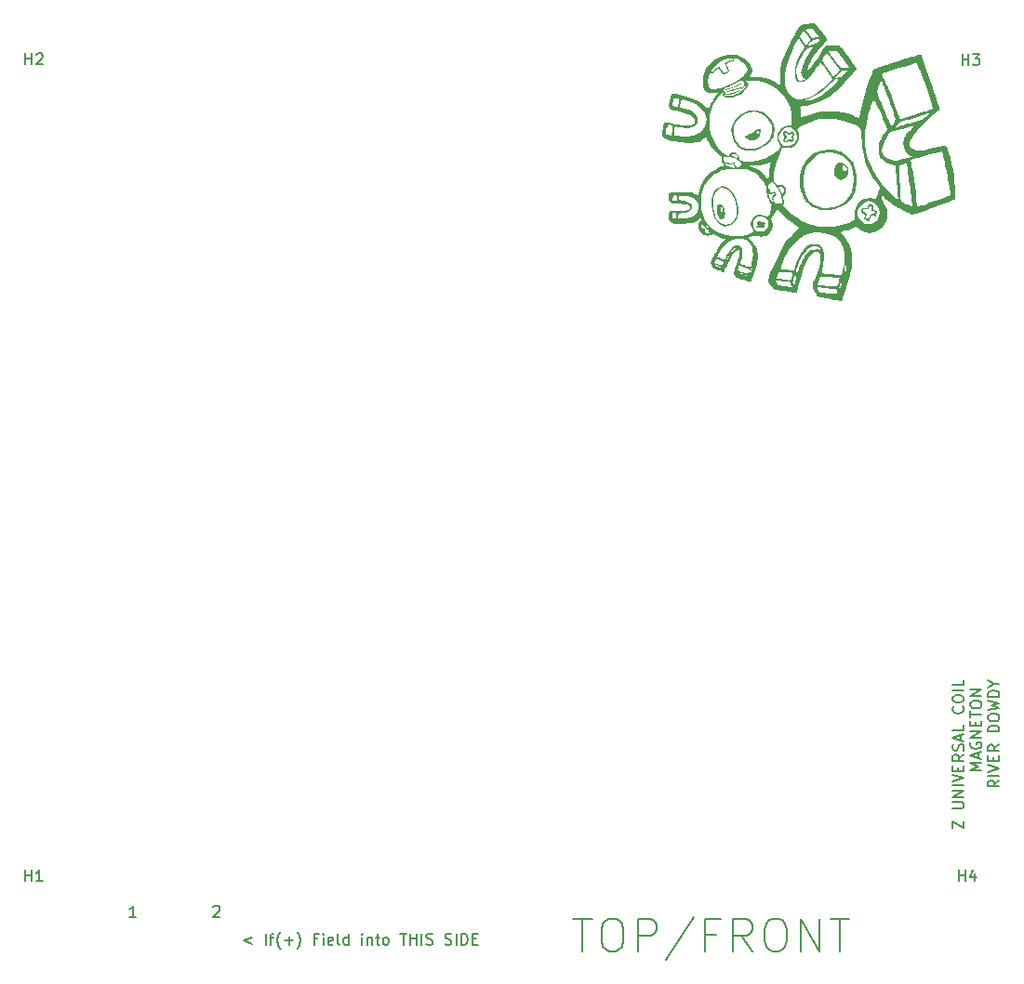
<source format=gto>
%TF.GenerationSoftware,KiCad,Pcbnew,8.0.5*%
%TF.CreationDate,2024-12-03T17:55:48-08:00*%
%TF.ProjectId,Coil_Pannel_Z,436f696c-5f50-4616-9e6e-656c5f5a2e6b,1.0*%
%TF.SameCoordinates,Original*%
%TF.FileFunction,Legend,Top*%
%TF.FilePolarity,Positive*%
%FSLAX46Y46*%
G04 Gerber Fmt 4.6, Leading zero omitted, Abs format (unit mm)*
G04 Created by KiCad (PCBNEW 8.0.5) date 2024-12-03 17:55:48*
%MOMM*%
%LPD*%
G01*
G04 APERTURE LIST*
%ADD10C,0.200000*%
%ADD11C,0.150000*%
%ADD12C,0.000000*%
%ADD13C,4.700000*%
%ADD14C,7.500000*%
%ADD15C,2.600000*%
G04 APERTURE END LIST*
D10*
X153763851Y-138096625D02*
X155478137Y-138096625D01*
X154620994Y-141096625D02*
X154620994Y-138096625D01*
X157049565Y-138096625D02*
X157620993Y-138096625D01*
X157620993Y-138096625D02*
X157906708Y-138239482D01*
X157906708Y-138239482D02*
X158192422Y-138525196D01*
X158192422Y-138525196D02*
X158335279Y-139096625D01*
X158335279Y-139096625D02*
X158335279Y-140096625D01*
X158335279Y-140096625D02*
X158192422Y-140668053D01*
X158192422Y-140668053D02*
X157906708Y-140953768D01*
X157906708Y-140953768D02*
X157620993Y-141096625D01*
X157620993Y-141096625D02*
X157049565Y-141096625D01*
X157049565Y-141096625D02*
X156763851Y-140953768D01*
X156763851Y-140953768D02*
X156478136Y-140668053D01*
X156478136Y-140668053D02*
X156335279Y-140096625D01*
X156335279Y-140096625D02*
X156335279Y-139096625D01*
X156335279Y-139096625D02*
X156478136Y-138525196D01*
X156478136Y-138525196D02*
X156763851Y-138239482D01*
X156763851Y-138239482D02*
X157049565Y-138096625D01*
X159620993Y-141096625D02*
X159620993Y-138096625D01*
X159620993Y-138096625D02*
X160763850Y-138096625D01*
X160763850Y-138096625D02*
X161049565Y-138239482D01*
X161049565Y-138239482D02*
X161192422Y-138382339D01*
X161192422Y-138382339D02*
X161335279Y-138668053D01*
X161335279Y-138668053D02*
X161335279Y-139096625D01*
X161335279Y-139096625D02*
X161192422Y-139382339D01*
X161192422Y-139382339D02*
X161049565Y-139525196D01*
X161049565Y-139525196D02*
X160763850Y-139668053D01*
X160763850Y-139668053D02*
X159620993Y-139668053D01*
X164763850Y-137953768D02*
X162192422Y-141810910D01*
X166763850Y-139525196D02*
X165763850Y-139525196D01*
X165763850Y-141096625D02*
X165763850Y-138096625D01*
X165763850Y-138096625D02*
X167192422Y-138096625D01*
X170049565Y-141096625D02*
X169049565Y-139668053D01*
X168335279Y-141096625D02*
X168335279Y-138096625D01*
X168335279Y-138096625D02*
X169478136Y-138096625D01*
X169478136Y-138096625D02*
X169763851Y-138239482D01*
X169763851Y-138239482D02*
X169906708Y-138382339D01*
X169906708Y-138382339D02*
X170049565Y-138668053D01*
X170049565Y-138668053D02*
X170049565Y-139096625D01*
X170049565Y-139096625D02*
X169906708Y-139382339D01*
X169906708Y-139382339D02*
X169763851Y-139525196D01*
X169763851Y-139525196D02*
X169478136Y-139668053D01*
X169478136Y-139668053D02*
X168335279Y-139668053D01*
X171906708Y-138096625D02*
X172478136Y-138096625D01*
X172478136Y-138096625D02*
X172763851Y-138239482D01*
X172763851Y-138239482D02*
X173049565Y-138525196D01*
X173049565Y-138525196D02*
X173192422Y-139096625D01*
X173192422Y-139096625D02*
X173192422Y-140096625D01*
X173192422Y-140096625D02*
X173049565Y-140668053D01*
X173049565Y-140668053D02*
X172763851Y-140953768D01*
X172763851Y-140953768D02*
X172478136Y-141096625D01*
X172478136Y-141096625D02*
X171906708Y-141096625D01*
X171906708Y-141096625D02*
X171620994Y-140953768D01*
X171620994Y-140953768D02*
X171335279Y-140668053D01*
X171335279Y-140668053D02*
X171192422Y-140096625D01*
X171192422Y-140096625D02*
X171192422Y-139096625D01*
X171192422Y-139096625D02*
X171335279Y-138525196D01*
X171335279Y-138525196D02*
X171620994Y-138239482D01*
X171620994Y-138239482D02*
X171906708Y-138096625D01*
X174478136Y-141096625D02*
X174478136Y-138096625D01*
X174478136Y-138096625D02*
X176192422Y-141096625D01*
X176192422Y-141096625D02*
X176192422Y-138096625D01*
X177192422Y-138096625D02*
X178906708Y-138096625D01*
X178049565Y-141096625D02*
X178049565Y-138096625D01*
D11*
X113947339Y-137918819D02*
X113375911Y-137918819D01*
X113661625Y-137918819D02*
X113661625Y-136918819D01*
X113661625Y-136918819D02*
X113566387Y-137061676D01*
X113566387Y-137061676D02*
X113471149Y-137156914D01*
X113471149Y-137156914D02*
X113375911Y-137204533D01*
X120995911Y-137014057D02*
X121043530Y-136966438D01*
X121043530Y-136966438D02*
X121138768Y-136918819D01*
X121138768Y-136918819D02*
X121376863Y-136918819D01*
X121376863Y-136918819D02*
X121472101Y-136966438D01*
X121472101Y-136966438D02*
X121519720Y-137014057D01*
X121519720Y-137014057D02*
X121567339Y-137109295D01*
X121567339Y-137109295D02*
X121567339Y-137204533D01*
X121567339Y-137204533D02*
X121519720Y-137347390D01*
X121519720Y-137347390D02*
X120948292Y-137918819D01*
X120948292Y-137918819D02*
X121567339Y-137918819D01*
X124538529Y-139792152D02*
X123776624Y-140077866D01*
X123776624Y-140077866D02*
X124538529Y-140363580D01*
X125776624Y-140458819D02*
X125776624Y-139458819D01*
X126109957Y-139792152D02*
X126490909Y-139792152D01*
X126252814Y-140458819D02*
X126252814Y-139601676D01*
X126252814Y-139601676D02*
X126300433Y-139506438D01*
X126300433Y-139506438D02*
X126395671Y-139458819D01*
X126395671Y-139458819D02*
X126490909Y-139458819D01*
X127109957Y-140839771D02*
X127062338Y-140792152D01*
X127062338Y-140792152D02*
X126967100Y-140649295D01*
X126967100Y-140649295D02*
X126919481Y-140554057D01*
X126919481Y-140554057D02*
X126871862Y-140411200D01*
X126871862Y-140411200D02*
X126824243Y-140173104D01*
X126824243Y-140173104D02*
X126824243Y-139982628D01*
X126824243Y-139982628D02*
X126871862Y-139744533D01*
X126871862Y-139744533D02*
X126919481Y-139601676D01*
X126919481Y-139601676D02*
X126967100Y-139506438D01*
X126967100Y-139506438D02*
X127062338Y-139363580D01*
X127062338Y-139363580D02*
X127109957Y-139315961D01*
X127490910Y-140077866D02*
X128252815Y-140077866D01*
X127871862Y-140458819D02*
X127871862Y-139696914D01*
X128633767Y-140839771D02*
X128681386Y-140792152D01*
X128681386Y-140792152D02*
X128776624Y-140649295D01*
X128776624Y-140649295D02*
X128824243Y-140554057D01*
X128824243Y-140554057D02*
X128871862Y-140411200D01*
X128871862Y-140411200D02*
X128919481Y-140173104D01*
X128919481Y-140173104D02*
X128919481Y-139982628D01*
X128919481Y-139982628D02*
X128871862Y-139744533D01*
X128871862Y-139744533D02*
X128824243Y-139601676D01*
X128824243Y-139601676D02*
X128776624Y-139506438D01*
X128776624Y-139506438D02*
X128681386Y-139363580D01*
X128681386Y-139363580D02*
X128633767Y-139315961D01*
X130490910Y-139935009D02*
X130157577Y-139935009D01*
X130157577Y-140458819D02*
X130157577Y-139458819D01*
X130157577Y-139458819D02*
X130633767Y-139458819D01*
X131014720Y-140458819D02*
X131014720Y-139792152D01*
X131014720Y-139458819D02*
X130967101Y-139506438D01*
X130967101Y-139506438D02*
X131014720Y-139554057D01*
X131014720Y-139554057D02*
X131062339Y-139506438D01*
X131062339Y-139506438D02*
X131014720Y-139458819D01*
X131014720Y-139458819D02*
X131014720Y-139554057D01*
X131871862Y-140411200D02*
X131776624Y-140458819D01*
X131776624Y-140458819D02*
X131586148Y-140458819D01*
X131586148Y-140458819D02*
X131490910Y-140411200D01*
X131490910Y-140411200D02*
X131443291Y-140315961D01*
X131443291Y-140315961D02*
X131443291Y-139935009D01*
X131443291Y-139935009D02*
X131490910Y-139839771D01*
X131490910Y-139839771D02*
X131586148Y-139792152D01*
X131586148Y-139792152D02*
X131776624Y-139792152D01*
X131776624Y-139792152D02*
X131871862Y-139839771D01*
X131871862Y-139839771D02*
X131919481Y-139935009D01*
X131919481Y-139935009D02*
X131919481Y-140030247D01*
X131919481Y-140030247D02*
X131443291Y-140125485D01*
X132490910Y-140458819D02*
X132395672Y-140411200D01*
X132395672Y-140411200D02*
X132348053Y-140315961D01*
X132348053Y-140315961D02*
X132348053Y-139458819D01*
X133300434Y-140458819D02*
X133300434Y-139458819D01*
X133300434Y-140411200D02*
X133205196Y-140458819D01*
X133205196Y-140458819D02*
X133014720Y-140458819D01*
X133014720Y-140458819D02*
X132919482Y-140411200D01*
X132919482Y-140411200D02*
X132871863Y-140363580D01*
X132871863Y-140363580D02*
X132824244Y-140268342D01*
X132824244Y-140268342D02*
X132824244Y-139982628D01*
X132824244Y-139982628D02*
X132871863Y-139887390D01*
X132871863Y-139887390D02*
X132919482Y-139839771D01*
X132919482Y-139839771D02*
X133014720Y-139792152D01*
X133014720Y-139792152D02*
X133205196Y-139792152D01*
X133205196Y-139792152D02*
X133300434Y-139839771D01*
X134538530Y-140458819D02*
X134538530Y-139792152D01*
X134538530Y-139458819D02*
X134490911Y-139506438D01*
X134490911Y-139506438D02*
X134538530Y-139554057D01*
X134538530Y-139554057D02*
X134586149Y-139506438D01*
X134586149Y-139506438D02*
X134538530Y-139458819D01*
X134538530Y-139458819D02*
X134538530Y-139554057D01*
X135014720Y-139792152D02*
X135014720Y-140458819D01*
X135014720Y-139887390D02*
X135062339Y-139839771D01*
X135062339Y-139839771D02*
X135157577Y-139792152D01*
X135157577Y-139792152D02*
X135300434Y-139792152D01*
X135300434Y-139792152D02*
X135395672Y-139839771D01*
X135395672Y-139839771D02*
X135443291Y-139935009D01*
X135443291Y-139935009D02*
X135443291Y-140458819D01*
X135776625Y-139792152D02*
X136157577Y-139792152D01*
X135919482Y-139458819D02*
X135919482Y-140315961D01*
X135919482Y-140315961D02*
X135967101Y-140411200D01*
X135967101Y-140411200D02*
X136062339Y-140458819D01*
X136062339Y-140458819D02*
X136157577Y-140458819D01*
X136633768Y-140458819D02*
X136538530Y-140411200D01*
X136538530Y-140411200D02*
X136490911Y-140363580D01*
X136490911Y-140363580D02*
X136443292Y-140268342D01*
X136443292Y-140268342D02*
X136443292Y-139982628D01*
X136443292Y-139982628D02*
X136490911Y-139887390D01*
X136490911Y-139887390D02*
X136538530Y-139839771D01*
X136538530Y-139839771D02*
X136633768Y-139792152D01*
X136633768Y-139792152D02*
X136776625Y-139792152D01*
X136776625Y-139792152D02*
X136871863Y-139839771D01*
X136871863Y-139839771D02*
X136919482Y-139887390D01*
X136919482Y-139887390D02*
X136967101Y-139982628D01*
X136967101Y-139982628D02*
X136967101Y-140268342D01*
X136967101Y-140268342D02*
X136919482Y-140363580D01*
X136919482Y-140363580D02*
X136871863Y-140411200D01*
X136871863Y-140411200D02*
X136776625Y-140458819D01*
X136776625Y-140458819D02*
X136633768Y-140458819D01*
X138014721Y-139458819D02*
X138586149Y-139458819D01*
X138300435Y-140458819D02*
X138300435Y-139458819D01*
X138919483Y-140458819D02*
X138919483Y-139458819D01*
X138919483Y-139935009D02*
X139490911Y-139935009D01*
X139490911Y-140458819D02*
X139490911Y-139458819D01*
X139967102Y-140458819D02*
X139967102Y-139458819D01*
X140395673Y-140411200D02*
X140538530Y-140458819D01*
X140538530Y-140458819D02*
X140776625Y-140458819D01*
X140776625Y-140458819D02*
X140871863Y-140411200D01*
X140871863Y-140411200D02*
X140919482Y-140363580D01*
X140919482Y-140363580D02*
X140967101Y-140268342D01*
X140967101Y-140268342D02*
X140967101Y-140173104D01*
X140967101Y-140173104D02*
X140919482Y-140077866D01*
X140919482Y-140077866D02*
X140871863Y-140030247D01*
X140871863Y-140030247D02*
X140776625Y-139982628D01*
X140776625Y-139982628D02*
X140586149Y-139935009D01*
X140586149Y-139935009D02*
X140490911Y-139887390D01*
X140490911Y-139887390D02*
X140443292Y-139839771D01*
X140443292Y-139839771D02*
X140395673Y-139744533D01*
X140395673Y-139744533D02*
X140395673Y-139649295D01*
X140395673Y-139649295D02*
X140443292Y-139554057D01*
X140443292Y-139554057D02*
X140490911Y-139506438D01*
X140490911Y-139506438D02*
X140586149Y-139458819D01*
X140586149Y-139458819D02*
X140824244Y-139458819D01*
X140824244Y-139458819D02*
X140967101Y-139506438D01*
X142109959Y-140411200D02*
X142252816Y-140458819D01*
X142252816Y-140458819D02*
X142490911Y-140458819D01*
X142490911Y-140458819D02*
X142586149Y-140411200D01*
X142586149Y-140411200D02*
X142633768Y-140363580D01*
X142633768Y-140363580D02*
X142681387Y-140268342D01*
X142681387Y-140268342D02*
X142681387Y-140173104D01*
X142681387Y-140173104D02*
X142633768Y-140077866D01*
X142633768Y-140077866D02*
X142586149Y-140030247D01*
X142586149Y-140030247D02*
X142490911Y-139982628D01*
X142490911Y-139982628D02*
X142300435Y-139935009D01*
X142300435Y-139935009D02*
X142205197Y-139887390D01*
X142205197Y-139887390D02*
X142157578Y-139839771D01*
X142157578Y-139839771D02*
X142109959Y-139744533D01*
X142109959Y-139744533D02*
X142109959Y-139649295D01*
X142109959Y-139649295D02*
X142157578Y-139554057D01*
X142157578Y-139554057D02*
X142205197Y-139506438D01*
X142205197Y-139506438D02*
X142300435Y-139458819D01*
X142300435Y-139458819D02*
X142538530Y-139458819D01*
X142538530Y-139458819D02*
X142681387Y-139506438D01*
X143109959Y-140458819D02*
X143109959Y-139458819D01*
X143586149Y-140458819D02*
X143586149Y-139458819D01*
X143586149Y-139458819D02*
X143824244Y-139458819D01*
X143824244Y-139458819D02*
X143967101Y-139506438D01*
X143967101Y-139506438D02*
X144062339Y-139601676D01*
X144062339Y-139601676D02*
X144109958Y-139696914D01*
X144109958Y-139696914D02*
X144157577Y-139887390D01*
X144157577Y-139887390D02*
X144157577Y-140030247D01*
X144157577Y-140030247D02*
X144109958Y-140220723D01*
X144109958Y-140220723D02*
X144062339Y-140315961D01*
X144062339Y-140315961D02*
X143967101Y-140411200D01*
X143967101Y-140411200D02*
X143824244Y-140458819D01*
X143824244Y-140458819D02*
X143586149Y-140458819D01*
X144586149Y-139935009D02*
X144919482Y-139935009D01*
X145062339Y-140458819D02*
X144586149Y-140458819D01*
X144586149Y-140458819D02*
X144586149Y-139458819D01*
X144586149Y-139458819D02*
X145062339Y-139458819D01*
X188308931Y-129859231D02*
X188308931Y-129192565D01*
X188308931Y-129192565D02*
X189308931Y-129859231D01*
X189308931Y-129859231D02*
X189308931Y-129192565D01*
X188308931Y-128049707D02*
X189118454Y-128049707D01*
X189118454Y-128049707D02*
X189213692Y-128002088D01*
X189213692Y-128002088D02*
X189261312Y-127954469D01*
X189261312Y-127954469D02*
X189308931Y-127859231D01*
X189308931Y-127859231D02*
X189308931Y-127668755D01*
X189308931Y-127668755D02*
X189261312Y-127573517D01*
X189261312Y-127573517D02*
X189213692Y-127525898D01*
X189213692Y-127525898D02*
X189118454Y-127478279D01*
X189118454Y-127478279D02*
X188308931Y-127478279D01*
X189308931Y-127002088D02*
X188308931Y-127002088D01*
X188308931Y-127002088D02*
X189308931Y-126430660D01*
X189308931Y-126430660D02*
X188308931Y-126430660D01*
X189308931Y-125954469D02*
X188308931Y-125954469D01*
X188308931Y-125621136D02*
X189308931Y-125287803D01*
X189308931Y-125287803D02*
X188308931Y-124954470D01*
X188785121Y-124621136D02*
X188785121Y-124287803D01*
X189308931Y-124144946D02*
X189308931Y-124621136D01*
X189308931Y-124621136D02*
X188308931Y-124621136D01*
X188308931Y-124621136D02*
X188308931Y-124144946D01*
X189308931Y-123144946D02*
X188832740Y-123478279D01*
X189308931Y-123716374D02*
X188308931Y-123716374D01*
X188308931Y-123716374D02*
X188308931Y-123335422D01*
X188308931Y-123335422D02*
X188356550Y-123240184D01*
X188356550Y-123240184D02*
X188404169Y-123192565D01*
X188404169Y-123192565D02*
X188499407Y-123144946D01*
X188499407Y-123144946D02*
X188642264Y-123144946D01*
X188642264Y-123144946D02*
X188737502Y-123192565D01*
X188737502Y-123192565D02*
X188785121Y-123240184D01*
X188785121Y-123240184D02*
X188832740Y-123335422D01*
X188832740Y-123335422D02*
X188832740Y-123716374D01*
X189261312Y-122763993D02*
X189308931Y-122621136D01*
X189308931Y-122621136D02*
X189308931Y-122383041D01*
X189308931Y-122383041D02*
X189261312Y-122287803D01*
X189261312Y-122287803D02*
X189213692Y-122240184D01*
X189213692Y-122240184D02*
X189118454Y-122192565D01*
X189118454Y-122192565D02*
X189023216Y-122192565D01*
X189023216Y-122192565D02*
X188927978Y-122240184D01*
X188927978Y-122240184D02*
X188880359Y-122287803D01*
X188880359Y-122287803D02*
X188832740Y-122383041D01*
X188832740Y-122383041D02*
X188785121Y-122573517D01*
X188785121Y-122573517D02*
X188737502Y-122668755D01*
X188737502Y-122668755D02*
X188689883Y-122716374D01*
X188689883Y-122716374D02*
X188594645Y-122763993D01*
X188594645Y-122763993D02*
X188499407Y-122763993D01*
X188499407Y-122763993D02*
X188404169Y-122716374D01*
X188404169Y-122716374D02*
X188356550Y-122668755D01*
X188356550Y-122668755D02*
X188308931Y-122573517D01*
X188308931Y-122573517D02*
X188308931Y-122335422D01*
X188308931Y-122335422D02*
X188356550Y-122192565D01*
X189023216Y-121811612D02*
X189023216Y-121335422D01*
X189308931Y-121906850D02*
X188308931Y-121573517D01*
X188308931Y-121573517D02*
X189308931Y-121240184D01*
X189308931Y-120430660D02*
X189308931Y-120906850D01*
X189308931Y-120906850D02*
X188308931Y-120906850D01*
X189213692Y-118763993D02*
X189261312Y-118811612D01*
X189261312Y-118811612D02*
X189308931Y-118954469D01*
X189308931Y-118954469D02*
X189308931Y-119049707D01*
X189308931Y-119049707D02*
X189261312Y-119192564D01*
X189261312Y-119192564D02*
X189166073Y-119287802D01*
X189166073Y-119287802D02*
X189070835Y-119335421D01*
X189070835Y-119335421D02*
X188880359Y-119383040D01*
X188880359Y-119383040D02*
X188737502Y-119383040D01*
X188737502Y-119383040D02*
X188547026Y-119335421D01*
X188547026Y-119335421D02*
X188451788Y-119287802D01*
X188451788Y-119287802D02*
X188356550Y-119192564D01*
X188356550Y-119192564D02*
X188308931Y-119049707D01*
X188308931Y-119049707D02*
X188308931Y-118954469D01*
X188308931Y-118954469D02*
X188356550Y-118811612D01*
X188356550Y-118811612D02*
X188404169Y-118763993D01*
X188308931Y-118144945D02*
X188308931Y-117954469D01*
X188308931Y-117954469D02*
X188356550Y-117859231D01*
X188356550Y-117859231D02*
X188451788Y-117763993D01*
X188451788Y-117763993D02*
X188642264Y-117716374D01*
X188642264Y-117716374D02*
X188975597Y-117716374D01*
X188975597Y-117716374D02*
X189166073Y-117763993D01*
X189166073Y-117763993D02*
X189261312Y-117859231D01*
X189261312Y-117859231D02*
X189308931Y-117954469D01*
X189308931Y-117954469D02*
X189308931Y-118144945D01*
X189308931Y-118144945D02*
X189261312Y-118240183D01*
X189261312Y-118240183D02*
X189166073Y-118335421D01*
X189166073Y-118335421D02*
X188975597Y-118383040D01*
X188975597Y-118383040D02*
X188642264Y-118383040D01*
X188642264Y-118383040D02*
X188451788Y-118335421D01*
X188451788Y-118335421D02*
X188356550Y-118240183D01*
X188356550Y-118240183D02*
X188308931Y-118144945D01*
X189308931Y-117287802D02*
X188308931Y-117287802D01*
X189308931Y-116335422D02*
X189308931Y-116811612D01*
X189308931Y-116811612D02*
X188308931Y-116811612D01*
X190918875Y-124573517D02*
X189918875Y-124573517D01*
X189918875Y-124573517D02*
X190633160Y-124240184D01*
X190633160Y-124240184D02*
X189918875Y-123906851D01*
X189918875Y-123906851D02*
X190918875Y-123906851D01*
X190633160Y-123478279D02*
X190633160Y-123002089D01*
X190918875Y-123573517D02*
X189918875Y-123240184D01*
X189918875Y-123240184D02*
X190918875Y-122906851D01*
X189966494Y-122049708D02*
X189918875Y-122144946D01*
X189918875Y-122144946D02*
X189918875Y-122287803D01*
X189918875Y-122287803D02*
X189966494Y-122430660D01*
X189966494Y-122430660D02*
X190061732Y-122525898D01*
X190061732Y-122525898D02*
X190156970Y-122573517D01*
X190156970Y-122573517D02*
X190347446Y-122621136D01*
X190347446Y-122621136D02*
X190490303Y-122621136D01*
X190490303Y-122621136D02*
X190680779Y-122573517D01*
X190680779Y-122573517D02*
X190776017Y-122525898D01*
X190776017Y-122525898D02*
X190871256Y-122430660D01*
X190871256Y-122430660D02*
X190918875Y-122287803D01*
X190918875Y-122287803D02*
X190918875Y-122192565D01*
X190918875Y-122192565D02*
X190871256Y-122049708D01*
X190871256Y-122049708D02*
X190823636Y-122002089D01*
X190823636Y-122002089D02*
X190490303Y-122002089D01*
X190490303Y-122002089D02*
X190490303Y-122192565D01*
X190918875Y-121573517D02*
X189918875Y-121573517D01*
X189918875Y-121573517D02*
X190918875Y-121002089D01*
X190918875Y-121002089D02*
X189918875Y-121002089D01*
X190395065Y-120525898D02*
X190395065Y-120192565D01*
X190918875Y-120049708D02*
X190918875Y-120525898D01*
X190918875Y-120525898D02*
X189918875Y-120525898D01*
X189918875Y-120525898D02*
X189918875Y-120049708D01*
X189918875Y-119763993D02*
X189918875Y-119192565D01*
X190918875Y-119478279D02*
X189918875Y-119478279D01*
X189918875Y-118668755D02*
X189918875Y-118478279D01*
X189918875Y-118478279D02*
X189966494Y-118383041D01*
X189966494Y-118383041D02*
X190061732Y-118287803D01*
X190061732Y-118287803D02*
X190252208Y-118240184D01*
X190252208Y-118240184D02*
X190585541Y-118240184D01*
X190585541Y-118240184D02*
X190776017Y-118287803D01*
X190776017Y-118287803D02*
X190871256Y-118383041D01*
X190871256Y-118383041D02*
X190918875Y-118478279D01*
X190918875Y-118478279D02*
X190918875Y-118668755D01*
X190918875Y-118668755D02*
X190871256Y-118763993D01*
X190871256Y-118763993D02*
X190776017Y-118859231D01*
X190776017Y-118859231D02*
X190585541Y-118906850D01*
X190585541Y-118906850D02*
X190252208Y-118906850D01*
X190252208Y-118906850D02*
X190061732Y-118859231D01*
X190061732Y-118859231D02*
X189966494Y-118763993D01*
X189966494Y-118763993D02*
X189918875Y-118668755D01*
X190918875Y-117811612D02*
X189918875Y-117811612D01*
X189918875Y-117811612D02*
X190918875Y-117240184D01*
X190918875Y-117240184D02*
X189918875Y-117240184D01*
X192528819Y-125478279D02*
X192052628Y-125811612D01*
X192528819Y-126049707D02*
X191528819Y-126049707D01*
X191528819Y-126049707D02*
X191528819Y-125668755D01*
X191528819Y-125668755D02*
X191576438Y-125573517D01*
X191576438Y-125573517D02*
X191624057Y-125525898D01*
X191624057Y-125525898D02*
X191719295Y-125478279D01*
X191719295Y-125478279D02*
X191862152Y-125478279D01*
X191862152Y-125478279D02*
X191957390Y-125525898D01*
X191957390Y-125525898D02*
X192005009Y-125573517D01*
X192005009Y-125573517D02*
X192052628Y-125668755D01*
X192052628Y-125668755D02*
X192052628Y-126049707D01*
X192528819Y-125049707D02*
X191528819Y-125049707D01*
X191528819Y-124716374D02*
X192528819Y-124383041D01*
X192528819Y-124383041D02*
X191528819Y-124049708D01*
X192005009Y-123716374D02*
X192005009Y-123383041D01*
X192528819Y-123240184D02*
X192528819Y-123716374D01*
X192528819Y-123716374D02*
X191528819Y-123716374D01*
X191528819Y-123716374D02*
X191528819Y-123240184D01*
X192528819Y-122240184D02*
X192052628Y-122573517D01*
X192528819Y-122811612D02*
X191528819Y-122811612D01*
X191528819Y-122811612D02*
X191528819Y-122430660D01*
X191528819Y-122430660D02*
X191576438Y-122335422D01*
X191576438Y-122335422D02*
X191624057Y-122287803D01*
X191624057Y-122287803D02*
X191719295Y-122240184D01*
X191719295Y-122240184D02*
X191862152Y-122240184D01*
X191862152Y-122240184D02*
X191957390Y-122287803D01*
X191957390Y-122287803D02*
X192005009Y-122335422D01*
X192005009Y-122335422D02*
X192052628Y-122430660D01*
X192052628Y-122430660D02*
X192052628Y-122811612D01*
X192528819Y-121049707D02*
X191528819Y-121049707D01*
X191528819Y-121049707D02*
X191528819Y-120811612D01*
X191528819Y-120811612D02*
X191576438Y-120668755D01*
X191576438Y-120668755D02*
X191671676Y-120573517D01*
X191671676Y-120573517D02*
X191766914Y-120525898D01*
X191766914Y-120525898D02*
X191957390Y-120478279D01*
X191957390Y-120478279D02*
X192100247Y-120478279D01*
X192100247Y-120478279D02*
X192290723Y-120525898D01*
X192290723Y-120525898D02*
X192385961Y-120573517D01*
X192385961Y-120573517D02*
X192481200Y-120668755D01*
X192481200Y-120668755D02*
X192528819Y-120811612D01*
X192528819Y-120811612D02*
X192528819Y-121049707D01*
X191528819Y-119859231D02*
X191528819Y-119668755D01*
X191528819Y-119668755D02*
X191576438Y-119573517D01*
X191576438Y-119573517D02*
X191671676Y-119478279D01*
X191671676Y-119478279D02*
X191862152Y-119430660D01*
X191862152Y-119430660D02*
X192195485Y-119430660D01*
X192195485Y-119430660D02*
X192385961Y-119478279D01*
X192385961Y-119478279D02*
X192481200Y-119573517D01*
X192481200Y-119573517D02*
X192528819Y-119668755D01*
X192528819Y-119668755D02*
X192528819Y-119859231D01*
X192528819Y-119859231D02*
X192481200Y-119954469D01*
X192481200Y-119954469D02*
X192385961Y-120049707D01*
X192385961Y-120049707D02*
X192195485Y-120097326D01*
X192195485Y-120097326D02*
X191862152Y-120097326D01*
X191862152Y-120097326D02*
X191671676Y-120049707D01*
X191671676Y-120049707D02*
X191576438Y-119954469D01*
X191576438Y-119954469D02*
X191528819Y-119859231D01*
X191528819Y-119097326D02*
X192528819Y-118859231D01*
X192528819Y-118859231D02*
X191814533Y-118668755D01*
X191814533Y-118668755D02*
X192528819Y-118478279D01*
X192528819Y-118478279D02*
X191528819Y-118240184D01*
X192528819Y-117859231D02*
X191528819Y-117859231D01*
X191528819Y-117859231D02*
X191528819Y-117621136D01*
X191528819Y-117621136D02*
X191576438Y-117478279D01*
X191576438Y-117478279D02*
X191671676Y-117383041D01*
X191671676Y-117383041D02*
X191766914Y-117335422D01*
X191766914Y-117335422D02*
X191957390Y-117287803D01*
X191957390Y-117287803D02*
X192100247Y-117287803D01*
X192100247Y-117287803D02*
X192290723Y-117335422D01*
X192290723Y-117335422D02*
X192385961Y-117383041D01*
X192385961Y-117383041D02*
X192481200Y-117478279D01*
X192481200Y-117478279D02*
X192528819Y-117621136D01*
X192528819Y-117621136D02*
X192528819Y-117859231D01*
X192052628Y-116668755D02*
X192528819Y-116668755D01*
X191528819Y-117002088D02*
X192052628Y-116668755D01*
X192052628Y-116668755D02*
X191528819Y-116335422D01*
X188875156Y-134653759D02*
X188875156Y-133653759D01*
X188875156Y-134129949D02*
X189446584Y-134129949D01*
X189446584Y-134653759D02*
X189446584Y-133653759D01*
X190351346Y-133987092D02*
X190351346Y-134653759D01*
X190113251Y-133606140D02*
X189875156Y-134320425D01*
X189875156Y-134320425D02*
X190494203Y-134320425D01*
X103902095Y-60248819D02*
X103902095Y-59248819D01*
X103902095Y-59725009D02*
X104473523Y-59725009D01*
X104473523Y-60248819D02*
X104473523Y-59248819D01*
X104902095Y-59344057D02*
X104949714Y-59296438D01*
X104949714Y-59296438D02*
X105044952Y-59248819D01*
X105044952Y-59248819D02*
X105283047Y-59248819D01*
X105283047Y-59248819D02*
X105378285Y-59296438D01*
X105378285Y-59296438D02*
X105425904Y-59344057D01*
X105425904Y-59344057D02*
X105473523Y-59439295D01*
X105473523Y-59439295D02*
X105473523Y-59534533D01*
X105473523Y-59534533D02*
X105425904Y-59677390D01*
X105425904Y-59677390D02*
X104854476Y-60248819D01*
X104854476Y-60248819D02*
X105473523Y-60248819D01*
X103875146Y-134653809D02*
X103875146Y-133653809D01*
X103875146Y-134129999D02*
X104446574Y-134129999D01*
X104446574Y-134653809D02*
X104446574Y-133653809D01*
X105446574Y-134653809D02*
X104875146Y-134653809D01*
X105160860Y-134653809D02*
X105160860Y-133653809D01*
X105160860Y-133653809D02*
X105065622Y-133796666D01*
X105065622Y-133796666D02*
X104970384Y-133891904D01*
X104970384Y-133891904D02*
X104875146Y-133939523D01*
X189172095Y-60298819D02*
X189172095Y-59298819D01*
X189172095Y-59775009D02*
X189743523Y-59775009D01*
X189743523Y-60298819D02*
X189743523Y-59298819D01*
X190124476Y-59298819D02*
X190743523Y-59298819D01*
X190743523Y-59298819D02*
X190410190Y-59679771D01*
X190410190Y-59679771D02*
X190553047Y-59679771D01*
X190553047Y-59679771D02*
X190648285Y-59727390D01*
X190648285Y-59727390D02*
X190695904Y-59775009D01*
X190695904Y-59775009D02*
X190743523Y-59870247D01*
X190743523Y-59870247D02*
X190743523Y-60108342D01*
X190743523Y-60108342D02*
X190695904Y-60203580D01*
X190695904Y-60203580D02*
X190648285Y-60251200D01*
X190648285Y-60251200D02*
X190553047Y-60298819D01*
X190553047Y-60298819D02*
X190267333Y-60298819D01*
X190267333Y-60298819D02*
X190172095Y-60251200D01*
X190172095Y-60251200D02*
X190124476Y-60203580D01*
D12*
G36*
X169098892Y-61978898D02*
G01*
X169037393Y-62055584D01*
X169030315Y-62063235D01*
X168950125Y-62130250D01*
X168831285Y-62196702D01*
X168664811Y-62266339D01*
X168441720Y-62342911D01*
X168153028Y-62430166D01*
X168146456Y-62432065D01*
X167917934Y-62496563D01*
X167758336Y-62537942D01*
X167664229Y-62556853D01*
X167632179Y-62553944D01*
X167658753Y-62529864D01*
X167672180Y-62521758D01*
X167730930Y-62496002D01*
X167846694Y-62451801D01*
X168004223Y-62394766D01*
X168188269Y-62330505D01*
X168243395Y-62311668D01*
X168445988Y-62239175D01*
X168639241Y-62163599D01*
X168803139Y-62093184D01*
X168917667Y-62036174D01*
X168930162Y-62028793D01*
X169044243Y-61965147D01*
X169100831Y-61948633D01*
X169098892Y-61978898D01*
G37*
G36*
X170766516Y-74493914D02*
G01*
X170830191Y-74565259D01*
X170898676Y-74641196D01*
X170950502Y-74665909D01*
X171014008Y-74649621D01*
X171036491Y-74639676D01*
X171119354Y-74612196D01*
X171179188Y-74632594D01*
X171219653Y-74669130D01*
X171297219Y-74746697D01*
X171191882Y-74856645D01*
X171128209Y-74928480D01*
X171115123Y-74966798D01*
X171147378Y-74989880D01*
X171153001Y-74992095D01*
X171194179Y-75015272D01*
X171184348Y-75049318D01*
X171138096Y-75098958D01*
X171079941Y-75148382D01*
X171022967Y-75160713D01*
X170935385Y-75140067D01*
X170902609Y-75129453D01*
X170780665Y-75099786D01*
X170688842Y-75108337D01*
X170651511Y-75122771D01*
X170553945Y-75160479D01*
X170496649Y-75160597D01*
X170469267Y-75141567D01*
X170444322Y-75070490D01*
X170474606Y-74990001D01*
X170507736Y-74957293D01*
X170547981Y-74914396D01*
X170546208Y-74856181D01*
X170523406Y-74794267D01*
X170496801Y-74709059D01*
X170509518Y-74641255D01*
X170561914Y-74560675D01*
X170636903Y-74473821D01*
X170698711Y-74451458D01*
X170766516Y-74493914D01*
G37*
G36*
X178161418Y-69202348D02*
G01*
X178349332Y-69260689D01*
X178525248Y-69368722D01*
X178674189Y-69520117D01*
X178761001Y-69662115D01*
X178811063Y-69837369D01*
X178820540Y-70042404D01*
X178790644Y-70243457D01*
X178735059Y-70386210D01*
X178609358Y-70550700D01*
X178449638Y-70674986D01*
X178273313Y-70750248D01*
X178097796Y-70767667D01*
X178014045Y-70751387D01*
X177818892Y-70651312D01*
X177665863Y-70489852D01*
X177603877Y-70380940D01*
X177557783Y-70266101D01*
X177534821Y-70153070D01*
X177530444Y-70011407D01*
X177534129Y-69913858D01*
X177561858Y-69697346D01*
X178259906Y-69697346D01*
X178294289Y-69823791D01*
X178363088Y-69925787D01*
X178459289Y-69982552D01*
X178502565Y-69987943D01*
X178588454Y-69958571D01*
X178629946Y-69914285D01*
X178668795Y-69776729D01*
X178635272Y-69638598D01*
X178535699Y-69501852D01*
X178402030Y-69359608D01*
X178322437Y-69454221D01*
X178266951Y-69567229D01*
X178259906Y-69697346D01*
X177561858Y-69697346D01*
X177568349Y-69646659D01*
X177641388Y-69442924D01*
X177754395Y-69299920D01*
X177809498Y-69260052D01*
X177976481Y-69200026D01*
X178161418Y-69202348D01*
G37*
G36*
X167216852Y-73031514D02*
G01*
X167333902Y-73126892D01*
X167432655Y-73268534D01*
X167509649Y-73441920D01*
X167561424Y-73632527D01*
X167584519Y-73825833D01*
X167575473Y-74007319D01*
X167530824Y-74162461D01*
X167447111Y-74276739D01*
X167397895Y-74309878D01*
X167311246Y-74350428D01*
X167247958Y-74359355D01*
X167165005Y-74342366D01*
X167160964Y-74341305D01*
X167078932Y-74284058D01*
X167001185Y-74165881D01*
X166932643Y-74002000D01*
X166878224Y-73807646D01*
X166842847Y-73598045D01*
X166831431Y-73388428D01*
X166833442Y-73327311D01*
X166835801Y-73302737D01*
X167168717Y-73302737D01*
X167178496Y-73413959D01*
X167201130Y-73530647D01*
X167233669Y-73630289D01*
X167264400Y-73682106D01*
X167328660Y-73728093D01*
X167371867Y-73701041D01*
X167393848Y-73601155D01*
X167396820Y-73525088D01*
X167377691Y-73414706D01*
X167328999Y-73305121D01*
X167265091Y-73220936D01*
X167200313Y-73186751D01*
X167199519Y-73186744D01*
X167174742Y-73219494D01*
X167168717Y-73302737D01*
X166835801Y-73302737D01*
X166848837Y-73166924D01*
X166880336Y-73068183D01*
X166938853Y-73016749D01*
X167035307Y-72998282D01*
X167084966Y-72996922D01*
X167216852Y-73031514D01*
G37*
G36*
X170848110Y-66072691D02*
G01*
X170861575Y-66147217D01*
X170852081Y-66270000D01*
X170824163Y-66418275D01*
X170782353Y-66569272D01*
X170731187Y-66700224D01*
X170717968Y-66726233D01*
X170568520Y-66930275D01*
X170376705Y-67072473D01*
X170147983Y-67149304D01*
X170044122Y-67161131D01*
X169854192Y-67157419D01*
X169717398Y-67120203D01*
X169701550Y-67112183D01*
X169565351Y-67030249D01*
X169455101Y-66948394D01*
X169383527Y-66877673D01*
X169363357Y-66829143D01*
X169367559Y-66822045D01*
X169421094Y-66784342D01*
X169526519Y-66722496D01*
X169671941Y-66642527D01*
X169845467Y-66550455D01*
X170035205Y-66452298D01*
X170125506Y-66406592D01*
X170443880Y-66406592D01*
X170472145Y-66506083D01*
X170546728Y-66557340D01*
X170576716Y-66560657D01*
X170634228Y-66547171D01*
X170673355Y-66494535D01*
X170707640Y-66384661D01*
X170731028Y-66279093D01*
X170740494Y-66209247D01*
X170738557Y-66195265D01*
X170701040Y-66204739D01*
X170629375Y-66247167D01*
X170547044Y-66305710D01*
X170477529Y-66363526D01*
X170444311Y-66403777D01*
X170443880Y-66406592D01*
X170125506Y-66406592D01*
X170229262Y-66354076D01*
X170415746Y-66261807D01*
X170582763Y-66181513D01*
X170718421Y-66119210D01*
X170810828Y-66080920D01*
X170848090Y-66072661D01*
X170848110Y-66072691D01*
G37*
G36*
X167587710Y-71397074D02*
G01*
X167825390Y-71507856D01*
X168048770Y-71688924D01*
X168255366Y-71937628D01*
X168442692Y-72251315D01*
X168608262Y-72627335D01*
X168658798Y-72767854D01*
X168716652Y-72946714D01*
X168753425Y-73093051D01*
X168773905Y-73236531D01*
X168782882Y-73406818D01*
X168784833Y-73548513D01*
X168777670Y-73826862D01*
X168748543Y-74049031D01*
X168691649Y-74233268D01*
X168601183Y-74397822D01*
X168471340Y-74560939D01*
X168458182Y-74575454D01*
X168262813Y-74751289D01*
X168042876Y-74885685D01*
X167814180Y-74972659D01*
X167592531Y-75006228D01*
X167393736Y-74980410D01*
X167390791Y-74979470D01*
X167177800Y-74886767D01*
X166996186Y-74751680D01*
X166836124Y-74564161D01*
X166687790Y-74314165D01*
X166635338Y-74206870D01*
X166498508Y-73839950D01*
X166408306Y-73435592D01*
X166367429Y-73017451D01*
X166370557Y-72902862D01*
X166507733Y-72902862D01*
X166507974Y-72939218D01*
X166525575Y-73358893D01*
X166571881Y-73715038D01*
X166649203Y-74015563D01*
X166759850Y-74268380D01*
X166906134Y-74481399D01*
X166982630Y-74564806D01*
X167186672Y-74722620D01*
X167415097Y-74818748D01*
X167653695Y-74850449D01*
X167888253Y-74814979D01*
X168014171Y-74763923D01*
X168247416Y-74614698D01*
X168425325Y-74427870D01*
X168548023Y-74223097D01*
X168605839Y-74100412D01*
X168642134Y-74000871D01*
X168661562Y-73899888D01*
X168668774Y-73772875D01*
X168668424Y-73595246D01*
X168668326Y-73587388D01*
X168639277Y-73226126D01*
X168565020Y-72865195D01*
X168451499Y-72521181D01*
X168304654Y-72210671D01*
X168130426Y-71950252D01*
X168048894Y-71858135D01*
X167825628Y-71665672D01*
X167602282Y-71543020D01*
X167384260Y-71490296D01*
X167176964Y-71507617D01*
X166985797Y-71595100D01*
X166816163Y-71752863D01*
X166759215Y-71830150D01*
X166657032Y-72003227D01*
X166584739Y-72179615D01*
X166538390Y-72376735D01*
X166514036Y-72612011D01*
X166507733Y-72902862D01*
X166370557Y-72902862D01*
X166378574Y-72609178D01*
X166421333Y-72329923D01*
X166509616Y-72044968D01*
X166638850Y-71799023D01*
X166801539Y-71600025D01*
X166990185Y-71455912D01*
X167197289Y-71374621D01*
X167338217Y-71359230D01*
X167587710Y-71397074D01*
G37*
G36*
X170499724Y-64449442D02*
G01*
X170854202Y-64524906D01*
X171177101Y-64664216D01*
X171461899Y-64862968D01*
X171702070Y-65116759D01*
X171891090Y-65421183D01*
X172006363Y-65715449D01*
X172049200Y-65877213D01*
X172072315Y-66025811D01*
X172079044Y-66192798D01*
X172074787Y-66362826D01*
X172064235Y-66548046D01*
X172047091Y-66681642D01*
X172017934Y-66788144D01*
X171971341Y-66892080D01*
X171948209Y-66935507D01*
X171792944Y-67160279D01*
X171579279Y-67385502D01*
X171323837Y-67598502D01*
X171043242Y-67786606D01*
X170754117Y-67937140D01*
X170520042Y-68024333D01*
X170347926Y-68061748D01*
X170133966Y-68088732D01*
X169904891Y-68103785D01*
X169687432Y-68105406D01*
X169508319Y-68092094D01*
X169460488Y-68083811D01*
X169133121Y-67977985D01*
X168848031Y-67809131D01*
X168606287Y-67578274D01*
X168408960Y-67286437D01*
X168257119Y-66934644D01*
X168255763Y-66930617D01*
X168173762Y-66573902D01*
X168166966Y-66239189D01*
X168366607Y-66239189D01*
X168385780Y-66572127D01*
X168462132Y-66895917D01*
X168592431Y-67197908D01*
X168773441Y-67465445D01*
X169001928Y-67685877D01*
X169057081Y-67725993D01*
X169306579Y-67865594D01*
X169568586Y-67944818D01*
X169855794Y-67965627D01*
X170180897Y-67929979D01*
X170267599Y-67912896D01*
X170581322Y-67818651D01*
X170892215Y-67674507D01*
X171182830Y-67491749D01*
X171435721Y-67281659D01*
X171633440Y-67055522D01*
X171664945Y-67009180D01*
X171799010Y-66735828D01*
X171866301Y-66444751D01*
X171871183Y-66145426D01*
X171818022Y-65847329D01*
X171711183Y-65559934D01*
X171555032Y-65292718D01*
X171353933Y-65055156D01*
X171112253Y-64856724D01*
X170834357Y-64706897D01*
X170565768Y-64623298D01*
X170226911Y-64583044D01*
X169897796Y-64611864D01*
X169779454Y-64638650D01*
X169486248Y-64741947D01*
X169202736Y-64891599D01*
X168943966Y-65076230D01*
X168724981Y-65284462D01*
X168560828Y-65504919D01*
X168512739Y-65596482D01*
X168407849Y-65909757D01*
X168366607Y-66239189D01*
X168166966Y-66239189D01*
X168166603Y-66221293D01*
X168232970Y-65877931D01*
X168371549Y-65548955D01*
X168581026Y-65239508D01*
X168729976Y-65075500D01*
X169037633Y-64814365D01*
X169369777Y-64623776D01*
X169733621Y-64500448D01*
X170120192Y-64442228D01*
X170499724Y-64449442D01*
G37*
G36*
X173260275Y-66368675D02*
G01*
X173332139Y-66444573D01*
X173397398Y-66471865D01*
X173476269Y-66450148D01*
X173588970Y-66379019D01*
X173613439Y-66361632D01*
X173661546Y-66340551D01*
X173710799Y-66361380D01*
X173781286Y-66433687D01*
X173792776Y-66447038D01*
X173880926Y-66572374D01*
X173902449Y-66666886D01*
X173857993Y-66735456D01*
X173833085Y-66751062D01*
X173767998Y-66814280D01*
X173769095Y-66903459D01*
X173819064Y-67000904D01*
X173858724Y-67073319D01*
X173850304Y-67124639D01*
X173809969Y-67174455D01*
X173705005Y-67271388D01*
X173618585Y-67302271D01*
X173537650Y-67270352D01*
X173511990Y-67248551D01*
X173448529Y-67195435D01*
X173401685Y-67193540D01*
X173334699Y-67240050D01*
X173197429Y-67320409D01*
X173073902Y-67341706D01*
X173033385Y-67332960D01*
X172912750Y-67261841D01*
X172854675Y-67166290D01*
X172858034Y-67126382D01*
X173036795Y-67126382D01*
X173061693Y-67191149D01*
X173117428Y-67219309D01*
X173196494Y-67192494D01*
X173202597Y-67188164D01*
X173302376Y-67123050D01*
X173366439Y-67087167D01*
X173443113Y-67064687D01*
X173511222Y-67097973D01*
X173529468Y-67113764D01*
X173591239Y-67159733D01*
X173635696Y-67152006D01*
X173664756Y-67126116D01*
X173699674Y-67078665D01*
X173693823Y-67025283D01*
X173657321Y-66954688D01*
X173618258Y-66877483D01*
X173617504Y-66821286D01*
X173658720Y-66751294D01*
X173682098Y-66719318D01*
X173737376Y-66638165D01*
X173748587Y-66589173D01*
X173719495Y-66545234D01*
X173707917Y-66533411D01*
X173662285Y-66496727D01*
X173619781Y-66501546D01*
X173555644Y-66553827D01*
X173532731Y-66575584D01*
X173421481Y-66653416D01*
X173327628Y-66657125D01*
X173251246Y-66586719D01*
X173231522Y-66550671D01*
X173170536Y-66469431D01*
X173103582Y-66448103D01*
X173050188Y-66488115D01*
X173053551Y-66543506D01*
X173095367Y-66625208D01*
X173105062Y-66638897D01*
X173173887Y-66766886D01*
X173172134Y-66874303D01*
X173109547Y-66960507D01*
X173050244Y-67043379D01*
X173036795Y-67126382D01*
X172858034Y-67126382D01*
X172863613Y-67060087D01*
X172919142Y-66979548D01*
X172984437Y-66879402D01*
X172979774Y-66772544D01*
X172904535Y-66649131D01*
X172897967Y-66641227D01*
X172835596Y-66540757D01*
X172838448Y-66455538D01*
X172910084Y-66375448D01*
X173014140Y-66311022D01*
X173152472Y-66236969D01*
X173260275Y-66368675D01*
G37*
G36*
X180895174Y-73006911D02*
G01*
X180959022Y-73036868D01*
X181048879Y-73086205D01*
X181093007Y-73132511D01*
X181105273Y-73202821D01*
X181100309Y-73312355D01*
X181087508Y-73509233D01*
X181247178Y-73543345D01*
X181349185Y-73573551D01*
X181414020Y-73608501D01*
X181422977Y-73620107D01*
X181423772Y-73686312D01*
X181404318Y-73794028D01*
X181372322Y-73913920D01*
X181335493Y-74016656D01*
X181304738Y-74070054D01*
X181249212Y-74087336D01*
X181148426Y-74063660D01*
X181100482Y-74045582D01*
X180999214Y-74007705D01*
X180941728Y-74000679D01*
X180901542Y-74025976D01*
X180873996Y-74058171D01*
X180824423Y-74148474D01*
X180786829Y-74265992D01*
X180783938Y-74280251D01*
X180747528Y-74409881D01*
X180699143Y-74494197D01*
X180654434Y-74517906D01*
X180606523Y-74505120D01*
X180515919Y-74475214D01*
X180482136Y-74463348D01*
X180335699Y-74398954D01*
X180258565Y-74330986D01*
X180244011Y-74251268D01*
X180262014Y-74195504D01*
X180296514Y-74079505D01*
X180306848Y-73986181D01*
X180297731Y-73913685D01*
X180256942Y-73869747D01*
X180164324Y-73834818D01*
X180145004Y-73829229D01*
X180040339Y-73796396D01*
X179969035Y-73768411D01*
X179956506Y-73761059D01*
X179948259Y-73713364D01*
X179958748Y-73621157D01*
X179973671Y-73551577D01*
X180154524Y-73551577D01*
X180169423Y-73622185D01*
X180226604Y-73673212D01*
X180306848Y-73709677D01*
X180403982Y-73758743D01*
X180451520Y-73820981D01*
X180455470Y-73915001D01*
X180421838Y-74059410D01*
X180420847Y-74062858D01*
X180401015Y-74158928D01*
X180417100Y-74215336D01*
X180449132Y-74244928D01*
X180549909Y-74288317D01*
X180631721Y-74258885D01*
X180691282Y-74158345D01*
X180705035Y-74111714D01*
X180743590Y-73985318D01*
X180794567Y-73913564D01*
X180879550Y-73879065D01*
X181011346Y-73864966D01*
X181125359Y-73854080D01*
X181183953Y-73832170D01*
X181207869Y-73787715D01*
X181213387Y-73752722D01*
X181211432Y-73684701D01*
X181172005Y-73645759D01*
X181080104Y-73617263D01*
X180935184Y-73582243D01*
X180940157Y-73388064D01*
X180939880Y-73272747D01*
X180925016Y-73212031D01*
X180886021Y-73184523D01*
X180844955Y-73174650D01*
X180733835Y-73179053D01*
X180664799Y-73234744D01*
X180649577Y-73298034D01*
X180623918Y-73382539D01*
X180542257Y-73432844D01*
X180397567Y-73452670D01*
X180356353Y-73453311D01*
X180239217Y-73455901D01*
X180179212Y-73469838D01*
X180157339Y-73504374D01*
X180154524Y-73551577D01*
X179973671Y-73551577D01*
X179982154Y-73512022D01*
X180012656Y-73413541D01*
X180041967Y-73356078D01*
X180108959Y-73330987D01*
X180236814Y-73337156D01*
X180246650Y-73338601D01*
X180399891Y-73346694D01*
X180493468Y-73313012D01*
X180533104Y-73234837D01*
X180535334Y-73201389D01*
X180558762Y-73061624D01*
X180627796Y-72982137D01*
X180740559Y-72963657D01*
X180895174Y-73006911D01*
G37*
G36*
X177328716Y-68036974D02*
G01*
X177559321Y-68053911D01*
X177717343Y-68080003D01*
X178113377Y-68211848D01*
X178472726Y-68407528D01*
X178789624Y-68661271D01*
X179058304Y-68967309D01*
X179273000Y-69319871D01*
X179427945Y-69713188D01*
X179457725Y-69821384D01*
X179485305Y-69955054D01*
X179504727Y-70111506D01*
X179517037Y-70305278D01*
X179523283Y-70550908D01*
X179524593Y-70749563D01*
X179523810Y-71004078D01*
X179519644Y-71199007D01*
X179510617Y-71350905D01*
X179495252Y-71476325D01*
X179472072Y-71591818D01*
X179439599Y-71713940D01*
X179438059Y-71719290D01*
X179322970Y-72051280D01*
X179179172Y-72332584D01*
X178992710Y-72587234D01*
X178836401Y-72755466D01*
X178538263Y-73006171D01*
X178192716Y-73208505D01*
X177792047Y-73366669D01*
X177622141Y-73416492D01*
X177410672Y-73460752D01*
X177162107Y-73493048D01*
X176898167Y-73512415D01*
X176640572Y-73517892D01*
X176411043Y-73508515D01*
X176231299Y-73483322D01*
X176213145Y-73478944D01*
X175911203Y-73375563D01*
X175606622Y-73225099D01*
X175320497Y-73040699D01*
X175073921Y-72835514D01*
X174930255Y-72679207D01*
X174756306Y-72420201D01*
X174605656Y-72119363D01*
X174494256Y-71810669D01*
X174461857Y-71681454D01*
X174431489Y-71476889D01*
X174412795Y-71221007D01*
X174405768Y-70937753D01*
X174406452Y-70895374D01*
X174704733Y-70895374D01*
X174728541Y-71285919D01*
X174791914Y-71664824D01*
X174892826Y-72010932D01*
X174980003Y-72213095D01*
X175192358Y-72561376D01*
X175445256Y-72845287D01*
X175738141Y-73064575D01*
X176070454Y-73218990D01*
X176441639Y-73308280D01*
X176851138Y-73332194D01*
X177298395Y-73290481D01*
X177350738Y-73281725D01*
X177772765Y-73176946D01*
X178141499Y-73018377D01*
X178458950Y-72804599D01*
X178727129Y-72534188D01*
X178948044Y-72205724D01*
X178993436Y-72119722D01*
X179093330Y-71901000D01*
X179166102Y-71687780D01*
X179216386Y-71459400D01*
X179248817Y-71195200D01*
X179266976Y-70900235D01*
X179274447Y-70645322D01*
X179271658Y-70442339D01*
X179257383Y-70267590D01*
X179230395Y-70097381D01*
X179223619Y-70063060D01*
X179105794Y-69649658D01*
X178931394Y-69286525D01*
X178702896Y-68975832D01*
X178422778Y-68719748D01*
X178093514Y-68520444D01*
X177717582Y-68380089D01*
X177297459Y-68300852D01*
X177202209Y-68292055D01*
X176863381Y-68285779D01*
X176540061Y-68316967D01*
X176252921Y-68382824D01*
X176098902Y-68441313D01*
X175829843Y-68601112D01*
X175568902Y-68824010D01*
X175326033Y-69096968D01*
X175111191Y-69406945D01*
X174934330Y-69740901D01*
X174805403Y-70085797D01*
X174783909Y-70164001D01*
X174722514Y-70514348D01*
X174704733Y-70895374D01*
X174406452Y-70895374D01*
X174410398Y-70651071D01*
X174426680Y-70384905D01*
X174454606Y-70163199D01*
X174462340Y-70122629D01*
X174589222Y-69677521D01*
X174775048Y-69278126D01*
X175016936Y-68927502D01*
X175312007Y-68628710D01*
X175657380Y-68384807D01*
X176050176Y-68198854D01*
X176365469Y-68101393D01*
X176563117Y-68066244D01*
X176805970Y-68043531D01*
X177069384Y-68033644D01*
X177328716Y-68036974D01*
G37*
G36*
X175786462Y-56518065D02*
G01*
X175823247Y-56553048D01*
X175896476Y-56638753D01*
X175998143Y-56764610D01*
X176120247Y-56920051D01*
X176254781Y-57094507D01*
X176393743Y-57277410D01*
X176529130Y-57458192D01*
X176652936Y-57626282D01*
X176757158Y-57771113D01*
X176833793Y-57882117D01*
X176874836Y-57948724D01*
X176879562Y-57961445D01*
X176855524Y-58002588D01*
X176789352Y-58089229D01*
X176689963Y-58210340D01*
X176566271Y-58354896D01*
X176504559Y-58425220D01*
X176237110Y-58733532D01*
X176015835Y-59002640D01*
X175831153Y-59245222D01*
X175673483Y-59473960D01*
X175533245Y-59701533D01*
X175510649Y-59740667D01*
X175386611Y-59968908D01*
X175276999Y-60192533D01*
X175187667Y-60397748D01*
X175124465Y-60570759D01*
X175093245Y-60697773D01*
X175090967Y-60729988D01*
X175095744Y-60770812D01*
X175114958Y-60780234D01*
X175157924Y-60752149D01*
X175233955Y-60680451D01*
X175352366Y-60559034D01*
X175353414Y-60557945D01*
X175500830Y-60389303D01*
X175673678Y-60165883D01*
X175862916Y-59900823D01*
X175900714Y-59844379D01*
X176423358Y-59844379D01*
X176443277Y-59889152D01*
X176498846Y-59984770D01*
X176582936Y-60120516D01*
X176688419Y-60285671D01*
X176808167Y-60469516D01*
X176935052Y-60661333D01*
X177061946Y-60850403D01*
X177181722Y-61026009D01*
X177287250Y-61177431D01*
X177371404Y-61293952D01*
X177427055Y-61364853D01*
X177445677Y-61381647D01*
X177484155Y-61354970D01*
X177560731Y-61282841D01*
X177663337Y-61177110D01*
X177751389Y-61081474D01*
X177862564Y-60955472D01*
X177951590Y-60849471D01*
X178007795Y-60776503D01*
X178021991Y-60751134D01*
X178000096Y-60714384D01*
X177939510Y-60627406D01*
X177847879Y-60500417D01*
X177732850Y-60343633D01*
X177602071Y-60167269D01*
X177463187Y-59981541D01*
X177323846Y-59796665D01*
X177191695Y-59622857D01*
X177074380Y-59470334D01*
X176979548Y-59349310D01*
X176914847Y-59270003D01*
X176904224Y-59257834D01*
X176826704Y-59171354D01*
X176625414Y-59486320D01*
X176539262Y-59625176D01*
X176471357Y-59742318D01*
X176430792Y-59821636D01*
X176423358Y-59844379D01*
X175900714Y-59844379D01*
X176059503Y-59607257D01*
X176254396Y-59298323D01*
X176372709Y-59098415D01*
X177016389Y-59098415D01*
X177020948Y-59106309D01*
X177059895Y-59156361D01*
X177132964Y-59249637D01*
X177227138Y-59369534D01*
X177270757Y-59424982D01*
X177392655Y-59586491D01*
X177530052Y-59778697D01*
X177658650Y-59967359D01*
X177693903Y-60021278D01*
X177864036Y-60260475D01*
X178024070Y-60432218D01*
X178181012Y-60543272D01*
X178276561Y-60583571D01*
X178375174Y-60600526D01*
X178507698Y-60605290D01*
X178648709Y-60599249D01*
X178772785Y-60583790D01*
X178854503Y-60560301D01*
X178867546Y-60551324D01*
X178857485Y-60508279D01*
X178799584Y-60409121D01*
X178695217Y-60255863D01*
X178545755Y-60050519D01*
X178352573Y-59795101D01*
X178345969Y-59786493D01*
X177787345Y-59058708D01*
X177385912Y-59058708D01*
X177203521Y-59060560D01*
X177087570Y-59066957D01*
X177028410Y-59079155D01*
X177016389Y-59098415D01*
X176372709Y-59098415D01*
X176438556Y-58987156D01*
X176457570Y-58953709D01*
X176546829Y-58803919D01*
X176630191Y-58677977D01*
X176696625Y-58591818D01*
X176727755Y-58563379D01*
X176788958Y-58550849D01*
X176909685Y-58541050D01*
X177073343Y-58534065D01*
X177263338Y-58529977D01*
X177463080Y-58528871D01*
X177655975Y-58530830D01*
X177825430Y-58535938D01*
X177954853Y-58544279D01*
X178027652Y-58555935D01*
X178030034Y-58556812D01*
X178070370Y-58593653D01*
X178148212Y-58682835D01*
X178256777Y-58815374D01*
X178389283Y-58982284D01*
X178538945Y-59174579D01*
X178698981Y-59383274D01*
X178862607Y-59599383D01*
X179023040Y-59813921D01*
X179173496Y-60017903D01*
X179307194Y-60202342D01*
X179417348Y-60358254D01*
X179497177Y-60476652D01*
X179539897Y-60548552D01*
X179545229Y-60563930D01*
X179520285Y-60624885D01*
X179450019Y-60733141D01*
X179341281Y-60880513D01*
X179200922Y-61058816D01*
X179035791Y-61259865D01*
X178852739Y-61475475D01*
X178658615Y-61697461D01*
X178460270Y-61917638D01*
X178264554Y-62127820D01*
X178078317Y-62319822D01*
X178062197Y-62335990D01*
X177800516Y-62592471D01*
X177575763Y-62800411D01*
X177376283Y-62969924D01*
X177190419Y-63111122D01*
X177086687Y-63182425D01*
X176585061Y-63480484D01*
X176071413Y-63714992D01*
X175531137Y-63891310D01*
X174949626Y-64014797D01*
X174730581Y-64046931D01*
X174587512Y-64067373D01*
X174476504Y-64086379D01*
X174416793Y-64100559D01*
X174412010Y-64103072D01*
X174412060Y-64146317D01*
X174434096Y-64230047D01*
X174437977Y-64241457D01*
X174456457Y-64332454D01*
X174470873Y-64475740D01*
X174479204Y-64647469D01*
X174480461Y-64742528D01*
X174482793Y-64922423D01*
X174490631Y-65035827D01*
X174505245Y-65092295D01*
X174527901Y-65101380D01*
X174528063Y-65101311D01*
X174582565Y-65077935D01*
X174688487Y-65032508D01*
X174827254Y-64972995D01*
X174899352Y-64942075D01*
X175389368Y-64757171D01*
X175878641Y-64625999D01*
X176384392Y-64545556D01*
X176923844Y-64512837D01*
X177336533Y-64516923D01*
X177855634Y-64553540D01*
X178326944Y-64628165D01*
X178771306Y-64745791D01*
X179209563Y-64911411D01*
X179454640Y-65024323D01*
X179597276Y-65088170D01*
X179706097Y-65125671D01*
X179766308Y-65131944D01*
X179771380Y-65128851D01*
X179790583Y-65080481D01*
X179820479Y-64972394D01*
X179857268Y-64819646D01*
X179897152Y-64637289D01*
X179904981Y-64599488D01*
X180054145Y-63928192D01*
X180225753Y-63253574D01*
X180366314Y-62762274D01*
X181411196Y-62762274D01*
X181425210Y-62805674D01*
X181464888Y-62909817D01*
X181526681Y-63066136D01*
X181607044Y-63266061D01*
X181702428Y-63501024D01*
X181809287Y-63762458D01*
X181924073Y-64041793D01*
X182043239Y-64330462D01*
X182163237Y-64619896D01*
X182280522Y-64901526D01*
X182391544Y-65166785D01*
X182492758Y-65407105D01*
X182580615Y-65613916D01*
X182651569Y-65778651D01*
X182702072Y-65892741D01*
X182728578Y-65947618D01*
X182731425Y-65951274D01*
X182751125Y-65920232D01*
X182798844Y-65836698D01*
X182866381Y-65715174D01*
X182912310Y-65631332D01*
X182988531Y-65483307D01*
X183047861Y-65352488D01*
X183081874Y-65258246D01*
X183086758Y-65230265D01*
X183073905Y-65149939D01*
X183037418Y-65012176D01*
X182980407Y-64825313D01*
X182905983Y-64597684D01*
X182817255Y-64337625D01*
X182717333Y-64053471D01*
X182609328Y-63753557D01*
X182496349Y-63446219D01*
X182381506Y-63139792D01*
X182267909Y-62842612D01*
X182158669Y-62563013D01*
X182056895Y-62309332D01*
X181965697Y-62089903D01*
X181888185Y-61913061D01*
X181827469Y-61787143D01*
X181786660Y-61720483D01*
X181774081Y-61712044D01*
X181749903Y-61748389D01*
X181709005Y-61841831D01*
X181656833Y-61976603D01*
X181598836Y-62136935D01*
X181540462Y-62307063D01*
X181487159Y-62471217D01*
X181444375Y-62613632D01*
X181417559Y-62718538D01*
X181411196Y-62762274D01*
X180366314Y-62762274D01*
X180414436Y-62594072D01*
X180614826Y-61968123D01*
X180821555Y-61394167D01*
X180886232Y-61229323D01*
X180926503Y-61132450D01*
X181830087Y-61132450D01*
X181846861Y-61180303D01*
X181893599Y-61284405D01*
X181964924Y-61433540D01*
X182055458Y-61616491D01*
X182159825Y-61822040D01*
X182172133Y-61845963D01*
X182293840Y-62085362D01*
X182417379Y-62333887D01*
X182532938Y-62571414D01*
X182630704Y-62777819D01*
X182689657Y-62907337D01*
X182742916Y-63035984D01*
X182811023Y-63212683D01*
X182890151Y-63426304D01*
X182976471Y-63665719D01*
X183066157Y-63919800D01*
X183155381Y-64177416D01*
X183240316Y-64427440D01*
X183317133Y-64658742D01*
X183382006Y-64860194D01*
X183431106Y-65020666D01*
X183460606Y-65129030D01*
X183467568Y-65169173D01*
X183499500Y-65217341D01*
X183544990Y-65227824D01*
X183599022Y-65216566D01*
X183716302Y-65184634D01*
X183887608Y-65134785D01*
X184103721Y-65069778D01*
X184355421Y-64992372D01*
X184633488Y-64905325D01*
X184811182Y-64848969D01*
X185109374Y-64754026D01*
X185394243Y-64663493D01*
X185655039Y-64580774D01*
X185881014Y-64509271D01*
X186061420Y-64452388D01*
X186185509Y-64413527D01*
X186223683Y-64401734D01*
X186344870Y-64358177D01*
X186433328Y-64314211D01*
X186466004Y-64284908D01*
X186469211Y-64206421D01*
X186446310Y-64064143D01*
X186399499Y-63864991D01*
X186330980Y-63615878D01*
X186242951Y-63323721D01*
X186137612Y-62995435D01*
X186017163Y-62637934D01*
X185883803Y-62258135D01*
X185739732Y-61862952D01*
X185587149Y-61459302D01*
X185478947Y-61181722D01*
X185358485Y-60877854D01*
X185261826Y-60637758D01*
X185185487Y-60454100D01*
X185125983Y-60319545D01*
X185079828Y-60226759D01*
X185043538Y-60168409D01*
X185013628Y-60137161D01*
X184986614Y-60125681D01*
X184976815Y-60124975D01*
X184920453Y-60136114D01*
X184801091Y-60167669D01*
X184628269Y-60216846D01*
X184411525Y-60280851D01*
X184160400Y-60356891D01*
X183884432Y-60442171D01*
X183751326Y-60483874D01*
X183448102Y-60579197D01*
X183148557Y-60673196D01*
X182865805Y-60761768D01*
X182612959Y-60840811D01*
X182403131Y-60906222D01*
X182249435Y-60953899D01*
X182220416Y-60962843D01*
X182043889Y-61021614D01*
X181914101Y-61074049D01*
X181841656Y-61115538D01*
X181830087Y-61132450D01*
X180926503Y-61132450D01*
X180961767Y-61047621D01*
X181033126Y-60887885D01*
X181093067Y-60765535D01*
X181134353Y-60695987D01*
X181139438Y-60690067D01*
X181188429Y-60665254D01*
X181302182Y-60620904D01*
X181472630Y-60559768D01*
X181691706Y-60484596D01*
X181951345Y-60398137D01*
X182243479Y-60303142D01*
X182560042Y-60202361D01*
X182686908Y-60162541D01*
X183036959Y-60053029D01*
X183388351Y-59942946D01*
X183728939Y-59836109D01*
X184046576Y-59736333D01*
X184329117Y-59647434D01*
X184564414Y-59573227D01*
X184740321Y-59517528D01*
X184753654Y-59513290D01*
X184954668Y-59451645D01*
X185132579Y-59401375D01*
X185273781Y-59365991D01*
X185364666Y-59349003D01*
X185389643Y-59349196D01*
X185401096Y-59352484D01*
X185411176Y-59355852D01*
X185421682Y-59364220D01*
X185434418Y-59382512D01*
X185451185Y-59415649D01*
X185473785Y-59468553D01*
X185504020Y-59546146D01*
X185543693Y-59653350D01*
X185594605Y-59795088D01*
X185658558Y-59976280D01*
X185737354Y-60201849D01*
X185832795Y-60476717D01*
X185946683Y-60805806D01*
X186080820Y-61194038D01*
X186237009Y-61646334D01*
X186342868Y-61952861D01*
X186484929Y-62366210D01*
X186617174Y-62755006D01*
X186737687Y-63113366D01*
X186844547Y-63435409D01*
X186935839Y-63715252D01*
X187009642Y-63947013D01*
X187064039Y-64124809D01*
X187097113Y-64242758D01*
X187106944Y-64294979D01*
X187106820Y-64295644D01*
X187071247Y-64348281D01*
X186987784Y-64435828D01*
X186868632Y-64546403D01*
X186725990Y-64668122D01*
X186715808Y-64676454D01*
X186436085Y-64913780D01*
X186146694Y-65175785D01*
X185856403Y-65453239D01*
X185573985Y-65736914D01*
X185308212Y-66017580D01*
X185067853Y-66286009D01*
X184861680Y-66532972D01*
X184698465Y-66749241D01*
X184599293Y-66903386D01*
X184468267Y-67179240D01*
X184405804Y-67423098D01*
X184410663Y-67632776D01*
X184481604Y-67806091D01*
X184617386Y-67940859D01*
X184816769Y-68034897D01*
X185078512Y-68086022D01*
X185276413Y-68095214D01*
X185454972Y-68087636D01*
X185670466Y-68064208D01*
X185929699Y-68023712D01*
X186239475Y-67964932D01*
X186606599Y-67886649D01*
X187037872Y-67787645D01*
X187169122Y-67756506D01*
X187343995Y-67717713D01*
X187498875Y-67688713D01*
X187614349Y-67672833D01*
X187664175Y-67671638D01*
X187704757Y-67686129D01*
X187741606Y-67724971D01*
X187780904Y-67800153D01*
X187828831Y-67923664D01*
X187891568Y-68107492D01*
X187896359Y-68121976D01*
X188075770Y-68706005D01*
X188218140Y-69266480D01*
X188328083Y-69827248D01*
X188410215Y-70412159D01*
X188469148Y-71045059D01*
X188473428Y-71104561D01*
X188491851Y-71366307D01*
X188509875Y-71622186D01*
X188526305Y-71855252D01*
X188539945Y-72048559D01*
X188549601Y-72185162D01*
X188550549Y-72198532D01*
X188556965Y-72380909D01*
X188544859Y-72498037D01*
X188523070Y-72548536D01*
X188476378Y-72576345D01*
X188366827Y-72625454D01*
X188203538Y-72692269D01*
X187995632Y-72773201D01*
X187752230Y-72864657D01*
X187482452Y-72963047D01*
X187351826Y-73009711D01*
X187027890Y-73124955D01*
X186685420Y-73247297D01*
X186342465Y-73370252D01*
X186017077Y-73487337D01*
X185727307Y-73592070D01*
X185491206Y-73677968D01*
X185490098Y-73678373D01*
X185261075Y-73760299D01*
X185050484Y-73832226D01*
X184870884Y-73890132D01*
X184734837Y-73929998D01*
X184654903Y-73947803D01*
X184646585Y-73948363D01*
X184567862Y-73929972D01*
X184436086Y-73878978D01*
X184263696Y-73801654D01*
X184063131Y-73704270D01*
X183846833Y-73593098D01*
X183627241Y-73474409D01*
X183416795Y-73354474D01*
X183227936Y-73239565D01*
X183181961Y-73210020D01*
X182964119Y-73061824D01*
X182734604Y-72894952D01*
X182509786Y-72722206D01*
X182306034Y-72556389D01*
X182139720Y-72410302D01*
X182060165Y-72332739D01*
X181928474Y-72195695D01*
X181880630Y-72281849D01*
X181834744Y-72406220D01*
X181837704Y-72538538D01*
X181892440Y-72692149D01*
X182001880Y-72880404D01*
X182016991Y-72903212D01*
X182166720Y-73143611D01*
X182268529Y-73353276D01*
X182329343Y-73554321D01*
X182356086Y-73768860D01*
X182356857Y-73988645D01*
X182347862Y-74170031D01*
X182331255Y-74304065D01*
X182300171Y-74419552D01*
X182247746Y-74545301D01*
X182201277Y-74641533D01*
X182005565Y-74966832D01*
X181773033Y-75226837D01*
X181504972Y-75420493D01*
X181202675Y-75546743D01*
X181049427Y-75582443D01*
X180741341Y-75600351D01*
X180428643Y-75549134D01*
X180126647Y-75433174D01*
X179850668Y-75256855D01*
X179817713Y-75229908D01*
X179659765Y-75124411D01*
X179502698Y-75082395D01*
X179330861Y-75102871D01*
X179128601Y-75184851D01*
X179125937Y-75186198D01*
X178956269Y-75259290D01*
X178724945Y-75339466D01*
X178445583Y-75422239D01*
X178260789Y-75471227D01*
X178099737Y-75512192D01*
X178330882Y-75787024D01*
X178642212Y-76207142D01*
X178880053Y-76641972D01*
X179046563Y-77097380D01*
X179143900Y-77579233D01*
X179174261Y-78080147D01*
X179169253Y-78347492D01*
X179153059Y-78588783D01*
X179122539Y-78826408D01*
X179074552Y-79082750D01*
X179005960Y-79380196D01*
X178973960Y-79508183D01*
X178911127Y-79742029D01*
X178834772Y-80004576D01*
X178748889Y-80284033D01*
X178657476Y-80568606D01*
X178564528Y-80846503D01*
X178474041Y-81105931D01*
X178390011Y-81335098D01*
X178316434Y-81522211D01*
X178257306Y-81655478D01*
X178228826Y-81707166D01*
X178206818Y-81738356D01*
X178181092Y-81761524D01*
X178143357Y-81775963D01*
X178085327Y-81780968D01*
X177998712Y-81775833D01*
X177875225Y-81759851D01*
X177706577Y-81732317D01*
X177484480Y-81692525D01*
X177200646Y-81639768D01*
X177003769Y-81602820D01*
X176740127Y-81551819D01*
X176499327Y-81502423D01*
X176292137Y-81457067D01*
X176129325Y-81418185D01*
X176021659Y-81388214D01*
X175981688Y-81371684D01*
X175940399Y-81318182D01*
X175875680Y-81212377D01*
X175797085Y-81070620D01*
X175729596Y-80940240D01*
X175636448Y-80744125D01*
X175592952Y-80623949D01*
X175965619Y-80623949D01*
X175989428Y-80700050D01*
X176048812Y-80802159D01*
X176125704Y-80905498D01*
X176202038Y-80985287D01*
X176251226Y-81015681D01*
X176334174Y-81031147D01*
X176475498Y-81052145D01*
X176657796Y-81076584D01*
X176863662Y-81102377D01*
X177075695Y-81127434D01*
X177276490Y-81149665D01*
X177448644Y-81166981D01*
X177574754Y-81177294D01*
X177612620Y-81179113D01*
X177793505Y-81183746D01*
X177793505Y-81050462D01*
X177943664Y-81050462D01*
X178061303Y-80745815D01*
X178163314Y-80405860D01*
X178200046Y-80155560D01*
X178207436Y-80001153D01*
X178201658Y-79918363D01*
X178183683Y-79908033D01*
X178135810Y-79987886D01*
X178085004Y-80123303D01*
X178036614Y-80294141D01*
X177995990Y-80480255D01*
X177968480Y-80661500D01*
X177961210Y-80745815D01*
X177943664Y-81050462D01*
X177793505Y-81050462D01*
X177793505Y-80998004D01*
X177782244Y-80866419D01*
X177751930Y-80781019D01*
X177740772Y-80768497D01*
X177687828Y-80751224D01*
X177571664Y-80729079D01*
X177404919Y-80703955D01*
X177200235Y-80677740D01*
X176970253Y-80652326D01*
X176950592Y-80650329D01*
X176650418Y-80620508D01*
X176417574Y-80598822D01*
X176243690Y-80585048D01*
X176120396Y-80578961D01*
X176039319Y-80580338D01*
X175992089Y-80588954D01*
X175970335Y-80604584D01*
X175965619Y-80623949D01*
X175592952Y-80623949D01*
X175578520Y-80584073D01*
X175556083Y-80440939D01*
X175567720Y-80314017D01*
X176038481Y-80314017D01*
X176052554Y-80334971D01*
X176108921Y-80350732D01*
X176226621Y-80370076D01*
X176390989Y-80391555D01*
X176587363Y-80413721D01*
X176801080Y-80435126D01*
X177017476Y-80454322D01*
X177221887Y-80469861D01*
X177399651Y-80480296D01*
X177536104Y-80484178D01*
X177561472Y-80483967D01*
X177805451Y-80479248D01*
X177912866Y-80100757D01*
X177956573Y-79943236D01*
X177989961Y-79816095D01*
X178009030Y-79735006D01*
X178011616Y-79713900D01*
X177967303Y-79703960D01*
X177860672Y-79691548D01*
X177704977Y-79677486D01*
X177513475Y-79662591D01*
X177495268Y-79661323D01*
X178339647Y-79661323D01*
X178344544Y-79683059D01*
X178369576Y-79691282D01*
X178405383Y-79635398D01*
X178448559Y-79526129D01*
X178495698Y-79374199D01*
X178543393Y-79190331D01*
X178588240Y-78985247D01*
X178618555Y-78820402D01*
X178651635Y-78579329D01*
X178660448Y-78378582D01*
X178647078Y-78192067D01*
X178630013Y-78063548D01*
X178618392Y-78005494D01*
X178610123Y-78012582D01*
X178603112Y-78079487D01*
X178603063Y-78080147D01*
X178561189Y-78446646D01*
X178487434Y-78863009D01*
X178415242Y-79188007D01*
X178369055Y-79399299D01*
X178343422Y-79560114D01*
X178339647Y-79661323D01*
X177495268Y-79661323D01*
X177299423Y-79647684D01*
X177076077Y-79633584D01*
X176856694Y-79621109D01*
X176654529Y-79611081D01*
X176482840Y-79604317D01*
X176354882Y-79601637D01*
X176283912Y-79603861D01*
X176274231Y-79606514D01*
X176248118Y-79656052D01*
X176204728Y-79759430D01*
X176151499Y-79898447D01*
X176124385Y-79973202D01*
X176067654Y-80141922D01*
X176039738Y-80251911D01*
X176038481Y-80314017D01*
X175567720Y-80314017D01*
X175569411Y-80295578D01*
X175618776Y-80128845D01*
X175704452Y-79921594D01*
X175745405Y-79830820D01*
X175920962Y-79417005D01*
X176061801Y-79023323D01*
X176167134Y-78655672D01*
X176236173Y-78319949D01*
X176268130Y-78022051D01*
X176262216Y-77767873D01*
X176217645Y-77563314D01*
X176133626Y-77414269D01*
X176075411Y-77361586D01*
X175939964Y-77308928D01*
X175778805Y-77308751D01*
X175620665Y-77360279D01*
X175595481Y-77374532D01*
X175455650Y-77494025D01*
X175308154Y-77684373D01*
X175155047Y-77940893D01*
X174998383Y-78258899D01*
X174840218Y-78633709D01*
X174682605Y-79060637D01*
X174527600Y-79535000D01*
X174377256Y-80052114D01*
X174309124Y-80307306D01*
X174250783Y-80524304D01*
X174195151Y-80717371D01*
X174146232Y-80873652D01*
X174108027Y-80980291D01*
X174086282Y-81023031D01*
X174056143Y-81039286D01*
X174000801Y-81045637D01*
X173910128Y-81041200D01*
X173773999Y-81025092D01*
X173582285Y-80996432D01*
X173354006Y-80959201D01*
X173107289Y-80918533D01*
X172860685Y-80878673D01*
X172634506Y-80842848D01*
X172449064Y-80814286D01*
X172355328Y-80800480D01*
X172229950Y-80782937D01*
X172137909Y-80765425D01*
X172066148Y-80738126D01*
X172001610Y-80691220D01*
X171931238Y-80614887D01*
X171841974Y-80499309D01*
X171720761Y-80334665D01*
X171701974Y-80309142D01*
X171627238Y-80204234D01*
X171571555Y-80110770D01*
X171536360Y-80019513D01*
X171523885Y-79927117D01*
X172208400Y-79927117D01*
X172208592Y-79955849D01*
X172238277Y-80028639D01*
X172286515Y-80125000D01*
X172342366Y-80224447D01*
X172394888Y-80306496D01*
X172433142Y-80350659D01*
X172435287Y-80351957D01*
X172511109Y-80378163D01*
X172637666Y-80406797D01*
X172800242Y-80436020D01*
X172984124Y-80463992D01*
X173174597Y-80488873D01*
X173356947Y-80508824D01*
X173516460Y-80522005D01*
X173638422Y-80526576D01*
X173708118Y-80520697D01*
X173718842Y-80512444D01*
X173699531Y-80456013D01*
X173650765Y-80364940D01*
X173586293Y-80260575D01*
X173519864Y-80164272D01*
X173465228Y-80097382D01*
X173439960Y-80079355D01*
X173388324Y-80074672D01*
X173275283Y-80061781D01*
X173114948Y-80042375D01*
X172985083Y-80026114D01*
X173756803Y-80026114D01*
X173766632Y-80131597D01*
X173791115Y-80236673D01*
X173823050Y-80320432D01*
X173855232Y-80361966D01*
X173871263Y-80358370D01*
X173893239Y-80309314D01*
X173927358Y-80205211D01*
X173967615Y-80064981D01*
X173984413Y-80001777D01*
X174025543Y-79831928D01*
X174045220Y-79711370D01*
X174045412Y-79616927D01*
X174028089Y-79525417D01*
X174025660Y-79516244D01*
X173993021Y-79418881D01*
X173961518Y-79361955D01*
X173951408Y-79355860D01*
X173924925Y-79389841D01*
X173888581Y-79478612D01*
X173848111Y-79602417D01*
X173809253Y-79741499D01*
X173777743Y-79876100D01*
X173759317Y-79986463D01*
X173756803Y-80026114D01*
X172985083Y-80026114D01*
X172921432Y-80018144D01*
X172804899Y-80003236D01*
X172602795Y-79977233D01*
X172429686Y-79955049D01*
X172298543Y-79938338D01*
X172222336Y-79928756D01*
X172208400Y-79927117D01*
X171523885Y-79927117D01*
X171523090Y-79921228D01*
X171533181Y-79806679D01*
X171557595Y-79708674D01*
X172282633Y-79708674D01*
X172283653Y-79712719D01*
X172331327Y-79744906D01*
X172450347Y-79775501D01*
X172642873Y-79805023D01*
X172697197Y-79811647D01*
X172875404Y-79834275D01*
X173036699Y-79857788D01*
X173158649Y-79878766D01*
X173204749Y-79889024D01*
X173388044Y-79921101D01*
X173518034Y-79901961D01*
X173576878Y-79860432D01*
X173611842Y-79798052D01*
X173652725Y-79691726D01*
X173693316Y-79563340D01*
X173727401Y-79434778D01*
X173748770Y-79327924D01*
X173751210Y-79264665D01*
X173747886Y-79257966D01*
X173704380Y-79247394D01*
X173600720Y-79232937D01*
X173452727Y-79216026D01*
X173276223Y-79198088D01*
X173087029Y-79180554D01*
X172900967Y-79164853D01*
X172733858Y-79152413D01*
X172601525Y-79144664D01*
X172519789Y-79143035D01*
X172501867Y-79145416D01*
X172467121Y-79193330D01*
X172419904Y-79290184D01*
X172369032Y-79413063D01*
X172323320Y-79539048D01*
X172291582Y-79645224D01*
X172282633Y-79708674D01*
X171557595Y-79708674D01*
X171568069Y-79666629D01*
X171629191Y-79491841D01*
X171717982Y-79273079D01*
X171809906Y-79061025D01*
X174066372Y-79061025D01*
X174072201Y-79136129D01*
X174099450Y-79187511D01*
X174107268Y-79195920D01*
X174139145Y-79220219D01*
X174167292Y-79214572D01*
X174198110Y-79168786D01*
X174237999Y-79072668D01*
X174293358Y-78916026D01*
X174305721Y-78879848D01*
X174407078Y-78611809D01*
X174531636Y-78327780D01*
X174668647Y-78049465D01*
X174807360Y-77798565D01*
X174937026Y-77596784D01*
X174950305Y-77578479D01*
X175151760Y-77353928D01*
X175375143Y-77201347D01*
X175626277Y-77118270D01*
X175910989Y-77102226D01*
X176043547Y-77115096D01*
X176169634Y-77129684D01*
X176262038Y-77135395D01*
X176298400Y-77131724D01*
X176296960Y-77085885D01*
X176246842Y-77015328D01*
X176163632Y-76936207D01*
X176062917Y-76864678D01*
X176016420Y-76839457D01*
X175810283Y-76779277D01*
X175595630Y-76790069D01*
X175376769Y-76867728D01*
X175158009Y-77008152D01*
X174943655Y-77207236D01*
X174738017Y-77460879D01*
X174545401Y-77764975D01*
X174370116Y-78115422D01*
X174216469Y-78508116D01*
X174193847Y-78575614D01*
X174125551Y-78792545D01*
X174083608Y-78950423D01*
X174066372Y-79061025D01*
X171809906Y-79061025D01*
X171835880Y-79001108D01*
X171894948Y-78867882D01*
X172668534Y-78867882D01*
X172680763Y-78892774D01*
X172734159Y-78906534D01*
X172848374Y-78924298D01*
X173008303Y-78944071D01*
X173198838Y-78963860D01*
X173267000Y-78970156D01*
X173485872Y-78988597D01*
X173641299Y-78998293D01*
X173745505Y-78999156D01*
X173810714Y-78991099D01*
X173849149Y-78974034D01*
X173858530Y-78965925D01*
X173893940Y-78905174D01*
X173938973Y-78793255D01*
X173984647Y-78652854D01*
X173990400Y-78632857D01*
X174130204Y-78212900D01*
X174300288Y-77826798D01*
X174495460Y-77481996D01*
X174710526Y-77185941D01*
X174940294Y-76946077D01*
X175179571Y-76769850D01*
X175345486Y-76690004D01*
X175590771Y-76625838D01*
X175829228Y-76615320D01*
X176044076Y-76657259D01*
X176218532Y-76750466D01*
X176220519Y-76752057D01*
X176383346Y-76920360D01*
X176500885Y-77129036D01*
X176573751Y-77382360D01*
X176602557Y-77684606D01*
X176587917Y-78040048D01*
X176530448Y-78452958D01*
X176493072Y-78647539D01*
X176446175Y-78876743D01*
X176414071Y-79042200D01*
X176396309Y-79154781D01*
X176392438Y-79225361D01*
X176402007Y-79264811D01*
X176424566Y-79284004D01*
X176459665Y-79293815D01*
X176466226Y-79295201D01*
X176532194Y-79304768D01*
X176659902Y-79319622D01*
X176835232Y-79338255D01*
X177044065Y-79359159D01*
X177241331Y-79377956D01*
X177461263Y-79399099D01*
X177653698Y-79418871D01*
X177806317Y-79435903D01*
X177906804Y-79448824D01*
X177942655Y-79455935D01*
X178006203Y-79472033D01*
X178094341Y-79458745D01*
X178164892Y-79423326D01*
X178171301Y-79416612D01*
X178222480Y-79322002D01*
X178275898Y-79166510D01*
X178328609Y-78965236D01*
X178377667Y-78733284D01*
X178420124Y-78485756D01*
X178453034Y-78237754D01*
X178473451Y-78004380D01*
X178478809Y-77840536D01*
X178449595Y-77393379D01*
X178361530Y-76994553D01*
X178214666Y-76644108D01*
X178009054Y-76342094D01*
X177744747Y-76088560D01*
X177421796Y-75883555D01*
X177040253Y-75727130D01*
X176600170Y-75619335D01*
X176101598Y-75560217D01*
X176100680Y-75560157D01*
X175740013Y-75561264D01*
X175392423Y-75616489D01*
X175038087Y-75730028D01*
X174796814Y-75836100D01*
X174455583Y-76037864D01*
X174121935Y-76309021D01*
X173801918Y-76642818D01*
X173501583Y-77032502D01*
X173226978Y-77471321D01*
X173076554Y-77756459D01*
X172958798Y-78005458D01*
X172856371Y-78242078D01*
X172772702Y-78456476D01*
X172711220Y-78638805D01*
X172675354Y-78779222D01*
X172668534Y-78867882D01*
X171894948Y-78867882D01*
X171942922Y-78759679D01*
X172184339Y-78225801D01*
X172408337Y-77748070D01*
X172613282Y-77329747D01*
X172797542Y-76974094D01*
X172959487Y-76684373D01*
X173073570Y-76499682D01*
X173240501Y-76268591D01*
X173447386Y-76017494D01*
X173675516Y-75766761D01*
X173906178Y-75536762D01*
X174120663Y-75347864D01*
X174160538Y-75316373D01*
X174263408Y-75233609D01*
X174336671Y-75168165D01*
X174364721Y-75133997D01*
X174364716Y-75133762D01*
X174334147Y-75105477D01*
X174250857Y-75043282D01*
X174125833Y-74955010D01*
X173970058Y-74848493D01*
X173879184Y-74787585D01*
X173634790Y-74617547D01*
X173414206Y-74446220D01*
X173195253Y-74255121D01*
X172955751Y-74025769D01*
X172908115Y-73978365D01*
X172749510Y-73822340D01*
X172607076Y-73687033D01*
X172490287Y-73581061D01*
X172408618Y-73513042D01*
X172372740Y-73491392D01*
X172314430Y-73505912D01*
X172253088Y-73555542D01*
X172181554Y-73649386D01*
X172092669Y-73796549D01*
X172002288Y-73962502D01*
X171803070Y-74338410D01*
X171866242Y-74514676D01*
X171923762Y-74779847D01*
X171913853Y-75047186D01*
X171841888Y-75303136D01*
X171713239Y-75534137D01*
X171533280Y-75726629D01*
X171335538Y-75853982D01*
X171127154Y-75921617D01*
X170899860Y-75940880D01*
X170681199Y-75911864D01*
X170525968Y-75851167D01*
X170371303Y-75764240D01*
X170145783Y-75865447D01*
X170020933Y-75918118D01*
X169919388Y-75954934D01*
X169867903Y-75967237D01*
X169789672Y-75987255D01*
X169762338Y-76001509D01*
X169746679Y-76031263D01*
X169772835Y-76083613D01*
X169847323Y-76168520D01*
X169917612Y-76238932D01*
X170187693Y-76543224D01*
X170385550Y-76860475D01*
X170514952Y-77198613D01*
X170579668Y-77565562D01*
X170585132Y-77642216D01*
X170590231Y-77786449D01*
X170585990Y-77914345D01*
X170569549Y-78046612D01*
X170538048Y-78203957D01*
X170488627Y-78407090D01*
X170468911Y-78483793D01*
X170400071Y-78729870D01*
X170313453Y-79010703D01*
X170220438Y-79290690D01*
X170137258Y-79521500D01*
X170057539Y-79727558D01*
X169997308Y-79872002D01*
X169951026Y-79965149D01*
X169913153Y-80017316D01*
X169878151Y-80038821D01*
X169858157Y-80041317D01*
X169784415Y-80030119D01*
X169655362Y-79999848D01*
X169487894Y-79955487D01*
X169298909Y-79902018D01*
X169105303Y-79844424D01*
X168923974Y-79787689D01*
X168771817Y-79736795D01*
X168665732Y-79696725D01*
X168629867Y-79679093D01*
X168554800Y-79601473D01*
X168479498Y-79479219D01*
X168419081Y-79342298D01*
X168388670Y-79220673D01*
X168387508Y-79198802D01*
X168391539Y-79178081D01*
X168765769Y-79178081D01*
X168808486Y-79213983D01*
X168912169Y-79270259D01*
X169071574Y-79343915D01*
X169191383Y-79395040D01*
X169383951Y-79473628D01*
X169513099Y-79522169D01*
X169584629Y-79542377D01*
X169604344Y-79535964D01*
X169585154Y-79511303D01*
X169536171Y-79482152D01*
X169458617Y-79444251D01*
X169758915Y-79444251D01*
X169776686Y-79454672D01*
X169817115Y-79406066D01*
X169875466Y-79298738D01*
X169932709Y-79172290D01*
X169972892Y-79066655D01*
X169986789Y-79008451D01*
X170001638Y-78939406D01*
X170039378Y-78831854D01*
X170067144Y-78765264D01*
X170133205Y-78575194D01*
X170188881Y-78338724D01*
X170228763Y-78085449D01*
X170247440Y-77844970D01*
X170248055Y-77775500D01*
X170246292Y-77673451D01*
X170242686Y-77625975D01*
X170235122Y-77638001D01*
X170221488Y-77714461D01*
X170199671Y-77860283D01*
X170193454Y-77902908D01*
X170131325Y-78236402D01*
X170042811Y-78584992D01*
X169937124Y-78915520D01*
X169851905Y-79132136D01*
X169795487Y-79275652D01*
X169764836Y-79382134D01*
X169758915Y-79444251D01*
X169458617Y-79444251D01*
X169435695Y-79433049D01*
X169302229Y-79372034D01*
X169154275Y-79307142D01*
X169010334Y-79246413D01*
X168888908Y-79197883D01*
X168808500Y-79169592D01*
X168789262Y-79165545D01*
X168765769Y-79178081D01*
X168391539Y-79178081D01*
X168400426Y-79132397D01*
X168436176Y-79008947D01*
X168458338Y-78940725D01*
X168744368Y-78940725D01*
X168748074Y-79004941D01*
X168752325Y-79011151D01*
X168818915Y-79053073D01*
X168937502Y-79108714D01*
X169087067Y-79170134D01*
X169246589Y-79229392D01*
X169395050Y-79278546D01*
X169511430Y-79309655D01*
X169560440Y-79316445D01*
X169650024Y-79306487D01*
X169704599Y-79259959D01*
X169741325Y-79185718D01*
X169785681Y-79071402D01*
X169802487Y-78986947D01*
X169783301Y-78922914D01*
X169719681Y-78869861D01*
X169603186Y-78818351D01*
X169425373Y-78758944D01*
X169334303Y-78730581D01*
X169126547Y-78668868D01*
X168981798Y-78632340D01*
X168891783Y-78619353D01*
X168848230Y-78628263D01*
X168843996Y-78633103D01*
X168798865Y-78727855D01*
X168763477Y-78839379D01*
X168744368Y-78940725D01*
X168458338Y-78940725D01*
X168490250Y-78842490D01*
X168558142Y-78647068D01*
X168612865Y-78496807D01*
X168727461Y-78179322D01*
X168812479Y-77921594D01*
X168870124Y-77714165D01*
X168902600Y-77547579D01*
X168912112Y-77412379D01*
X168900864Y-77299108D01*
X168896633Y-77279586D01*
X168857213Y-77168143D01*
X168801816Y-77118400D01*
X168724410Y-77131195D01*
X168618961Y-77207368D01*
X168490178Y-77336104D01*
X168408851Y-77430573D01*
X168328434Y-77539839D01*
X168242522Y-77674609D01*
X168144713Y-77845590D01*
X168028602Y-78063488D01*
X167887787Y-78339010D01*
X167874099Y-78366172D01*
X167759578Y-78591510D01*
X167655506Y-78792252D01*
X167566943Y-78958963D01*
X167498950Y-79082206D01*
X167456588Y-79152548D01*
X167445383Y-79165455D01*
X167374607Y-79151151D01*
X167253222Y-79113141D01*
X167100161Y-79058773D01*
X166934358Y-78995399D01*
X166774745Y-78930368D01*
X166640256Y-78871030D01*
X166549824Y-78824736D01*
X166527355Y-78809062D01*
X166410539Y-78664282D01*
X166356450Y-78549061D01*
X166726255Y-78549061D01*
X166771633Y-78590443D01*
X166869112Y-78649778D01*
X166990511Y-78711206D01*
X167132359Y-78774486D01*
X167214581Y-78800635D01*
X167243483Y-78790648D01*
X167227268Y-78748554D01*
X167171855Y-78700800D01*
X167069937Y-78642348D01*
X167069773Y-78642273D01*
X167397403Y-78642273D01*
X167413212Y-78660939D01*
X167450413Y-78630672D01*
X167493666Y-78569254D01*
X167527628Y-78494473D01*
X167529165Y-78489518D01*
X167536505Y-78424195D01*
X167520325Y-78403836D01*
X167482001Y-78435239D01*
X167438404Y-78508792D01*
X167405509Y-78593503D01*
X167397403Y-78642273D01*
X167069773Y-78642273D01*
X166947395Y-78586179D01*
X166830110Y-78545277D01*
X166813478Y-78540996D01*
X166738397Y-78530842D01*
X166726255Y-78549061D01*
X166356450Y-78549061D01*
X166327249Y-78486858D01*
X166298385Y-78337591D01*
X166603930Y-78337591D01*
X166604623Y-78347287D01*
X166643763Y-78366335D01*
X166734740Y-78404510D01*
X166858255Y-78453726D01*
X166864477Y-78456152D01*
X167053280Y-78516932D01*
X167194921Y-78530181D01*
X167302150Y-78495390D01*
X167368842Y-78436074D01*
X167430118Y-78334612D01*
X167420351Y-78253671D01*
X167337579Y-78187560D01*
X167273640Y-78160264D01*
X167075398Y-78088914D01*
X166937063Y-78043522D01*
X167697495Y-78043522D01*
X167711820Y-78053399D01*
X167760053Y-78001785D01*
X167839821Y-77888952D01*
X167948748Y-77715175D01*
X167999975Y-77628621D01*
X168184135Y-77340953D01*
X168359273Y-77124247D01*
X168432834Y-77052199D01*
X168635034Y-76871185D01*
X168468799Y-76961534D01*
X168279510Y-77101096D01*
X168093049Y-77310147D01*
X167915123Y-77582070D01*
X167881714Y-77642216D01*
X167780068Y-77838204D01*
X167719453Y-77971881D01*
X167697495Y-78043522D01*
X166937063Y-78043522D01*
X166936310Y-78043275D01*
X166844877Y-78020615D01*
X166789600Y-78018207D01*
X166758980Y-78033318D01*
X166755537Y-78037259D01*
X166712571Y-78103228D01*
X166664532Y-78192629D01*
X166624094Y-78279428D01*
X166603930Y-78337591D01*
X166298385Y-78337591D01*
X166293241Y-78310990D01*
X166293111Y-78300630D01*
X166313309Y-78210232D01*
X166369484Y-78068182D01*
X166455083Y-77886007D01*
X166526009Y-77748184D01*
X166884060Y-77748184D01*
X166889743Y-77797165D01*
X166938642Y-77824010D01*
X167040337Y-77867094D01*
X167175442Y-77918363D01*
X167217729Y-77933479D01*
X167363571Y-77983951D01*
X167455519Y-78010338D01*
X167511423Y-78014122D01*
X167549130Y-77996784D01*
X167582779Y-77963790D01*
X167635638Y-77887005D01*
X167696948Y-77769712D01*
X167733293Y-77686551D01*
X167818011Y-77507519D01*
X167930228Y-77314796D01*
X168056006Y-77128839D01*
X168181409Y-76970107D01*
X168292501Y-76859057D01*
X168302180Y-76851443D01*
X168412707Y-76782822D01*
X168529905Y-76752409D01*
X168638798Y-76747314D01*
X168837090Y-76774735D01*
X168990869Y-76861122D01*
X169110531Y-77012666D01*
X169123147Y-77035628D01*
X169170971Y-77190757D01*
X169183103Y-77395168D01*
X169160913Y-77631604D01*
X169105769Y-77882811D01*
X169040320Y-78079047D01*
X168977331Y-78256822D01*
X168951728Y-78370753D01*
X168960852Y-78421198D01*
X169019169Y-78454101D01*
X169131728Y-78499390D01*
X169278906Y-78550898D01*
X169441079Y-78602457D01*
X169598622Y-78647897D01*
X169731910Y-78681052D01*
X169821321Y-78695754D01*
X169834584Y-78695818D01*
X169886330Y-78684712D01*
X169923332Y-78648944D01*
X169955109Y-78572321D01*
X169991181Y-78438652D01*
X169995060Y-78422876D01*
X170082290Y-77980943D01*
X170118619Y-77579006D01*
X170104393Y-77220953D01*
X170039957Y-76910672D01*
X169925656Y-76652048D01*
X169825458Y-76514251D01*
X169653684Y-76352077D01*
X169463716Y-76244714D01*
X169236997Y-76183937D01*
X169035688Y-76164167D01*
X168651374Y-76173992D01*
X168307661Y-76244825D01*
X167995152Y-76380220D01*
X167704449Y-76583733D01*
X167550435Y-76726006D01*
X167430470Y-76858316D01*
X167306261Y-77015463D01*
X167185309Y-77185287D01*
X167075114Y-77355631D01*
X166983174Y-77514334D01*
X166916989Y-77649238D01*
X166884060Y-77748184D01*
X166526009Y-77748184D01*
X166563549Y-77675235D01*
X166688327Y-77447393D01*
X166822864Y-77214008D01*
X166960603Y-76986608D01*
X167094990Y-76776720D01*
X167219470Y-76595871D01*
X167327487Y-76455588D01*
X167368842Y-76408910D01*
X167468605Y-76302808D01*
X167544559Y-76220955D01*
X167584553Y-76176492D01*
X167587808Y-76172175D01*
X167554097Y-76164604D01*
X167469261Y-76151548D01*
X167425964Y-76145619D01*
X167325440Y-76119500D01*
X167179434Y-76065544D01*
X167009403Y-75992243D01*
X166873765Y-75927034D01*
X166483410Y-75729918D01*
X166330341Y-75791165D01*
X166179236Y-75831042D01*
X165997919Y-75849873D01*
X165819716Y-75846372D01*
X165677956Y-75819252D01*
X165670767Y-75816630D01*
X165556794Y-75747630D01*
X165430940Y-75632342D01*
X165314303Y-75493130D01*
X165227977Y-75352360D01*
X165223224Y-75342169D01*
X165169343Y-75159903D01*
X165154094Y-74966379D01*
X165379112Y-74966379D01*
X165411421Y-75048465D01*
X165490163Y-75126619D01*
X165588056Y-75177749D01*
X165638542Y-75185994D01*
X165700958Y-75192511D01*
X165733179Y-75225401D01*
X165747858Y-75304675D01*
X165752459Y-75366161D01*
X165773346Y-75500446D01*
X165820086Y-75582205D01*
X165845141Y-75603135D01*
X165950931Y-75637929D01*
X166072194Y-75626905D01*
X166155346Y-75583450D01*
X166153712Y-75536652D01*
X166105833Y-75447878D01*
X166020027Y-75328290D01*
X165904610Y-75189051D01*
X165767898Y-75041323D01*
X165703183Y-74976549D01*
X165595326Y-74873070D01*
X165571182Y-74853030D01*
X165838668Y-74853030D01*
X165846538Y-74928751D01*
X165891510Y-75035349D01*
X165916447Y-75078550D01*
X165987839Y-75166773D01*
X166047975Y-75190102D01*
X166088256Y-75146478D01*
X166094944Y-75121275D01*
X166078727Y-75059774D01*
X166027288Y-74974108D01*
X165960189Y-74890198D01*
X165896991Y-74833965D01*
X165870779Y-74824225D01*
X165838668Y-74853030D01*
X165571182Y-74853030D01*
X165527207Y-74816529D01*
X165484836Y-74799885D01*
X165454221Y-74816096D01*
X165433919Y-74841024D01*
X165390610Y-74919442D01*
X165379112Y-74966379D01*
X165154094Y-74966379D01*
X165153153Y-74954443D01*
X165174921Y-74757965D01*
X165217327Y-74633821D01*
X165280002Y-74538732D01*
X165358783Y-74496415D01*
X165408710Y-74488527D01*
X165533510Y-74476517D01*
X165449478Y-74327002D01*
X165365446Y-74177487D01*
X165198466Y-74351757D01*
X165083035Y-74460038D01*
X164959390Y-74547244D01*
X164817393Y-74616051D01*
X164646906Y-74669134D01*
X164437791Y-74709169D01*
X164179909Y-74738831D01*
X163863122Y-74760798D01*
X163602603Y-74772959D01*
X162987563Y-74797807D01*
X162813714Y-74695924D01*
X162688607Y-74607764D01*
X162574972Y-74503701D01*
X162538892Y-74461661D01*
X162488072Y-74389689D01*
X162460286Y-74325095D01*
X162451466Y-74244339D01*
X162457543Y-74123881D01*
X162459026Y-74107292D01*
X162793890Y-74107292D01*
X162798728Y-74205128D01*
X162805289Y-74238951D01*
X162857746Y-74281754D01*
X162950182Y-74286993D01*
X163055571Y-74253311D01*
X163058677Y-74251671D01*
X163101907Y-74213799D01*
X163124469Y-74145951D01*
X163126967Y-74107198D01*
X163282395Y-74107198D01*
X163308887Y-74202436D01*
X163370341Y-74254484D01*
X163459906Y-74272400D01*
X163604007Y-74278914D01*
X163782060Y-74275182D01*
X163973483Y-74262360D01*
X164157692Y-74241606D01*
X164314104Y-74214076D01*
X164375942Y-74197982D01*
X164645074Y-74081339D01*
X164869799Y-73913161D01*
X165038494Y-73702334D01*
X165049765Y-73682932D01*
X165140169Y-73455893D01*
X165169856Y-73216096D01*
X165140907Y-72980570D01*
X165055404Y-72766345D01*
X164916326Y-72591266D01*
X164864019Y-72555158D01*
X165397966Y-72555158D01*
X165398772Y-73023264D01*
X165451270Y-73485147D01*
X165554462Y-73923342D01*
X165706710Y-74319043D01*
X165921363Y-74681165D01*
X166198106Y-75003927D01*
X166531743Y-75283643D01*
X166917074Y-75516630D01*
X167348902Y-75699202D01*
X167822030Y-75827677D01*
X167840392Y-75831371D01*
X168052289Y-75861037D01*
X168314365Y-75879078D01*
X168601520Y-75885436D01*
X168888655Y-75880049D01*
X169150669Y-75862859D01*
X169356390Y-75834982D01*
X169559933Y-75785940D01*
X169762357Y-75719694D01*
X169944280Y-75644122D01*
X170086321Y-75567103D01*
X170159167Y-75508695D01*
X170190030Y-75466005D01*
X170191864Y-75421053D01*
X170159311Y-75354011D01*
X170088498Y-75247211D01*
X169970164Y-75028402D01*
X169925694Y-74824225D01*
X170139232Y-74824225D01*
X170167201Y-75039419D01*
X170254948Y-75217105D01*
X170408233Y-75366278D01*
X170539082Y-75448594D01*
X170697706Y-75496839D01*
X170885311Y-75495500D01*
X171075493Y-75447270D01*
X171206094Y-75380525D01*
X171360818Y-75235050D01*
X171474310Y-75039050D01*
X171537635Y-74810977D01*
X171547855Y-74674894D01*
X171543847Y-74554736D01*
X171522191Y-74472113D01*
X171469243Y-74396905D01*
X171382356Y-74309509D01*
X171189921Y-74169464D01*
X170985454Y-74096222D01*
X170780271Y-74085098D01*
X170585686Y-74131408D01*
X170413015Y-74230465D01*
X170273572Y-74377586D01*
X170178673Y-74568086D01*
X170139631Y-74797279D01*
X170139232Y-74824225D01*
X169925694Y-74824225D01*
X169923937Y-74816156D01*
X169947632Y-74600252D01*
X169949119Y-74594654D01*
X170049853Y-74349062D01*
X170199907Y-74155763D01*
X170389401Y-74019141D01*
X170608449Y-73943582D01*
X170847168Y-73933469D01*
X171095676Y-73993189D01*
X171199834Y-74039762D01*
X171317643Y-74092301D01*
X171413889Y-74121563D01*
X171458481Y-74122903D01*
X171513421Y-74070885D01*
X171579317Y-73962735D01*
X171648722Y-73816223D01*
X171714187Y-73649121D01*
X171768263Y-73479201D01*
X171803502Y-73324235D01*
X171808867Y-73286883D01*
X171839942Y-73028758D01*
X171690445Y-72819987D01*
X171556833Y-72603774D01*
X171462387Y-72375497D01*
X171400847Y-72115149D01*
X171365950Y-71802723D01*
X171365657Y-71798283D01*
X171510360Y-71798283D01*
X171520395Y-71907924D01*
X171543192Y-72040384D01*
X171576178Y-72178817D01*
X171616780Y-72306375D01*
X171636669Y-72355333D01*
X171712633Y-72501103D01*
X171797479Y-72624985D01*
X171882003Y-72718852D01*
X171957001Y-72774577D01*
X172013268Y-72784031D01*
X172041602Y-72739088D01*
X172043280Y-72714387D01*
X172017280Y-72653289D01*
X171971122Y-72600113D01*
X171891109Y-72488109D01*
X171886390Y-72365763D01*
X171956951Y-72234119D01*
X171975698Y-72211726D01*
X172045356Y-72109632D01*
X172065926Y-72026477D01*
X172036171Y-71976493D01*
X171996874Y-71968296D01*
X171934819Y-71987051D01*
X171842370Y-72033347D01*
X171818777Y-72047265D01*
X171729937Y-72092151D01*
X171672756Y-72088534D01*
X171635590Y-72027534D01*
X171606793Y-71900275D01*
X171603906Y-71883450D01*
X171578229Y-71783964D01*
X171545622Y-71720631D01*
X171538863Y-71714840D01*
X171515658Y-71728306D01*
X171510360Y-71798283D01*
X171365657Y-71798283D01*
X171364320Y-71778021D01*
X171351573Y-71596119D01*
X171335836Y-71465665D01*
X171321719Y-71409560D01*
X171483249Y-71409560D01*
X171485363Y-71506139D01*
X171530912Y-71561225D01*
X171567268Y-71568303D01*
X171615455Y-71582408D01*
X171648180Y-71636044D01*
X171674930Y-71746197D01*
X171678940Y-71768228D01*
X171705640Y-71879495D01*
X171736347Y-71951967D01*
X171755102Y-71967902D01*
X171811817Y-71948186D01*
X171897334Y-71900220D01*
X171909997Y-71891991D01*
X172024376Y-71830590D01*
X172105883Y-71830798D01*
X172172430Y-71897468D01*
X172214046Y-71974338D01*
X172258489Y-72071501D01*
X172269778Y-72123656D01*
X172248176Y-72154232D01*
X172216285Y-72173826D01*
X172114175Y-72246228D01*
X172026626Y-72331960D01*
X171973999Y-72409506D01*
X171967118Y-72437120D01*
X171987331Y-72499572D01*
X172038177Y-72593452D01*
X172063787Y-72633108D01*
X172121624Y-72729321D01*
X172134508Y-72790456D01*
X172113837Y-72831729D01*
X172087755Y-72885182D01*
X172121891Y-72922497D01*
X172192975Y-72942181D01*
X172312560Y-72953374D01*
X172453542Y-72956042D01*
X172588815Y-72950148D01*
X172691275Y-72935659D01*
X172725027Y-72923276D01*
X172756873Y-72861579D01*
X172763685Y-72743551D01*
X172748253Y-72583759D01*
X172713365Y-72396770D01*
X172661812Y-72197150D01*
X172596383Y-71999467D01*
X172519869Y-71818286D01*
X172509296Y-71796789D01*
X172425253Y-71645884D01*
X172321587Y-71484516D01*
X172299885Y-71454060D01*
X172462930Y-71454060D01*
X172605354Y-71729857D01*
X172672359Y-71857133D01*
X172725476Y-71953407D01*
X172755803Y-72002700D01*
X172759189Y-72005944D01*
X172797127Y-71990537D01*
X172874262Y-71952611D01*
X172882952Y-71948135D01*
X172966752Y-71881476D01*
X172991712Y-71792747D01*
X172957598Y-71673291D01*
X172871541Y-71525375D01*
X172778627Y-71401571D01*
X172702097Y-71341892D01*
X172628240Y-71340498D01*
X172548232Y-71387707D01*
X172462930Y-71454060D01*
X172299885Y-71454060D01*
X172208487Y-71325798D01*
X172096141Y-71182844D01*
X171994737Y-71068768D01*
X171914463Y-70996686D01*
X171873226Y-70978048D01*
X171808529Y-71004770D01*
X171718527Y-71072007D01*
X171624947Y-71160367D01*
X171549513Y-71250458D01*
X171526836Y-71287242D01*
X171483249Y-71409560D01*
X171321719Y-71409560D01*
X171309768Y-71362066D01*
X171266031Y-71260733D01*
X171197287Y-71137075D01*
X171148342Y-71054308D01*
X170944203Y-70753924D01*
X170877618Y-70676545D01*
X172008228Y-70676545D01*
X172024623Y-70780427D01*
X172061749Y-70870956D01*
X172121575Y-70963562D01*
X172179749Y-71040108D01*
X172291449Y-71169888D01*
X172376059Y-71239714D01*
X172417755Y-71250389D01*
X172608194Y-71221468D01*
X172767027Y-71218429D01*
X172875012Y-71241535D01*
X172880158Y-71244132D01*
X172948961Y-71310363D01*
X173022420Y-71425356D01*
X173088124Y-71563647D01*
X173133664Y-71699773D01*
X173147256Y-71792174D01*
X173111536Y-71915238D01*
X173009547Y-72054640D01*
X172951042Y-72122680D01*
X172912181Y-72184440D01*
X172891612Y-72254770D01*
X172887982Y-72348520D01*
X172899940Y-72480540D01*
X172926131Y-72665680D01*
X172943563Y-72779073D01*
X172947879Y-72898653D01*
X172910162Y-72983938D01*
X172895261Y-73001688D01*
X172871346Y-73031327D01*
X172862547Y-73061148D01*
X172875289Y-73099735D01*
X172916001Y-73155671D01*
X172991107Y-73237541D01*
X173107034Y-73353929D01*
X173270210Y-73513419D01*
X173300267Y-73542669D01*
X173717831Y-73922763D01*
X174124651Y-74238111D01*
X174531998Y-74496880D01*
X174834241Y-74653832D01*
X175150034Y-74787478D01*
X175491632Y-74904884D01*
X175828508Y-74996520D01*
X176098902Y-75048579D01*
X176316239Y-75070226D01*
X176584618Y-75082220D01*
X176879530Y-75084536D01*
X177176466Y-75077149D01*
X177450916Y-75060034D01*
X177552286Y-75050084D01*
X177877479Y-74997927D01*
X178213968Y-74915639D01*
X178543907Y-74809592D01*
X178849455Y-74686155D01*
X179112769Y-74551701D01*
X179299070Y-74426397D01*
X179407992Y-74339545D01*
X179409873Y-73890807D01*
X179662363Y-73890807D01*
X179676788Y-74006278D01*
X179719226Y-74124211D01*
X179751704Y-74193227D01*
X179879819Y-74392855D01*
X180050859Y-74572076D01*
X180242599Y-74709954D01*
X180357276Y-74763740D01*
X180573982Y-74804818D01*
X180815305Y-74783589D01*
X181064623Y-74701776D01*
X181096047Y-74687122D01*
X181320663Y-74541050D01*
X181489715Y-74353782D01*
X181603107Y-74136315D01*
X181660742Y-73899647D01*
X181662525Y-73654774D01*
X181608358Y-73412694D01*
X181498146Y-73184402D01*
X181331791Y-72980897D01*
X181112470Y-72815088D01*
X180897900Y-72729692D01*
X180673274Y-72711265D01*
X180448705Y-72753333D01*
X180234306Y-72849422D01*
X180040190Y-72993060D01*
X179876471Y-73177772D01*
X179753263Y-73397085D01*
X179680678Y-73644525D01*
X179668897Y-73739126D01*
X179662363Y-73890807D01*
X179409873Y-73890807D01*
X179409969Y-73867867D01*
X179411937Y-73666529D01*
X179417880Y-73522702D01*
X179430824Y-73417738D01*
X179453799Y-73332991D01*
X179489831Y-73249817D01*
X179519832Y-73191287D01*
X179662669Y-72973937D01*
X179846722Y-72772742D01*
X180049552Y-72610180D01*
X180168135Y-72541882D01*
X180392416Y-72467122D01*
X180651597Y-72434656D01*
X180915858Y-72446629D01*
X181068467Y-72477119D01*
X181187979Y-72502865D01*
X181277926Y-72509977D01*
X181310949Y-72501737D01*
X181333855Y-72456350D01*
X181374456Y-72354834D01*
X181427058Y-72213541D01*
X181485967Y-72048824D01*
X181545491Y-71877036D01*
X181599936Y-71714529D01*
X181643609Y-71577656D01*
X181670815Y-71482770D01*
X181677011Y-71450335D01*
X181655233Y-71405669D01*
X181595272Y-71314197D01*
X181506100Y-71188921D01*
X181396689Y-71042842D01*
X181387944Y-71031444D01*
X181035672Y-70535926D01*
X180747550Y-70044671D01*
X180516159Y-69540759D01*
X180334083Y-69007268D01*
X180193902Y-68427276D01*
X180154810Y-68218442D01*
X180103501Y-67886062D01*
X180059791Y-67526569D01*
X180026354Y-67167377D01*
X180011603Y-66928777D01*
X180315839Y-66928777D01*
X180331115Y-67519081D01*
X180402633Y-68087417D01*
X180531012Y-68641780D01*
X180716870Y-69190162D01*
X180960827Y-69740558D01*
X180974440Y-69768030D01*
X181305206Y-70365371D01*
X181683861Y-70920364D01*
X182121382Y-71448203D01*
X182400781Y-71742206D01*
X182530377Y-71867767D01*
X182678170Y-72003353D01*
X182833363Y-72139973D01*
X182985161Y-72268633D01*
X183122768Y-72380341D01*
X183235389Y-72466105D01*
X183312227Y-72516933D01*
X183341515Y-72525791D01*
X183340737Y-72487128D01*
X183334315Y-72381929D01*
X183322934Y-72219555D01*
X183307281Y-72009369D01*
X183288042Y-71760731D01*
X183265904Y-71483005D01*
X183257237Y-71376244D01*
X183221909Y-70944488D01*
X183191999Y-70582581D01*
X183166929Y-70284449D01*
X183146116Y-70044015D01*
X183128982Y-69855206D01*
X183114945Y-69711944D01*
X183109316Y-69661224D01*
X183463151Y-69661224D01*
X183463179Y-69843646D01*
X183466626Y-70078179D01*
X183473401Y-70356837D01*
X183483411Y-70671632D01*
X183489053Y-70825725D01*
X183505738Y-71256578D01*
X183520479Y-71617612D01*
X183533735Y-71915129D01*
X183545964Y-72155434D01*
X183557626Y-72344830D01*
X183569180Y-72489621D01*
X183581085Y-72596111D01*
X183593801Y-72670603D01*
X183607785Y-72719403D01*
X183623498Y-72748812D01*
X183629621Y-72755822D01*
X183678017Y-72784590D01*
X183780579Y-72834543D01*
X183920767Y-72898557D01*
X184082042Y-72969508D01*
X184247866Y-73040273D01*
X184401698Y-73103727D01*
X184527000Y-73152745D01*
X184607233Y-73180205D01*
X184622543Y-73183513D01*
X184638601Y-73154129D01*
X184632561Y-73082021D01*
X184623561Y-73024024D01*
X184606107Y-72898296D01*
X184581225Y-72712676D01*
X184549939Y-72475003D01*
X184513275Y-72193117D01*
X184472258Y-71874856D01*
X184427912Y-71528060D01*
X184381263Y-71160567D01*
X184379852Y-71149413D01*
X184333046Y-70784247D01*
X184287950Y-70441920D01*
X184245635Y-70129904D01*
X184207171Y-69855668D01*
X184173629Y-69626682D01*
X184146079Y-69450417D01*
X184125592Y-69334343D01*
X184113238Y-69285931D01*
X184112763Y-69285325D01*
X184047673Y-69270362D01*
X183953075Y-69292300D01*
X183832864Y-69330745D01*
X183694193Y-69370493D01*
X183668140Y-69377397D01*
X183560977Y-69417564D01*
X183486402Y-69467765D01*
X183473717Y-69484664D01*
X183466633Y-69538901D01*
X183463151Y-69661224D01*
X183109316Y-69661224D01*
X183103427Y-69608155D01*
X183093845Y-69537764D01*
X183085621Y-69494694D01*
X183078175Y-69472871D01*
X183075042Y-69468482D01*
X183029788Y-69448549D01*
X182930685Y-69416359D01*
X182797723Y-69378322D01*
X182774600Y-69372111D01*
X182403137Y-69247745D01*
X182099543Y-69090182D01*
X182070081Y-69066355D01*
X184501912Y-69066355D01*
X184517238Y-69187676D01*
X184549367Y-69362644D01*
X184587893Y-69554296D01*
X184692222Y-70112185D01*
X184788958Y-70717065D01*
X184874485Y-71341678D01*
X184945185Y-71958766D01*
X184997442Y-72541071D01*
X185011790Y-72748813D01*
X185024922Y-72946524D01*
X185036873Y-73080469D01*
X185050286Y-73162948D01*
X185067804Y-73206262D01*
X185092071Y-73222709D01*
X185114091Y-73224825D01*
X185159992Y-73212547D01*
X185267846Y-73177922D01*
X185427898Y-73124261D01*
X185630390Y-73054877D01*
X185865567Y-72973082D01*
X186123672Y-72882188D01*
X186130509Y-72879766D01*
X186421256Y-72776589D01*
X186718504Y-72670835D01*
X187005586Y-72568453D01*
X187265837Y-72475391D01*
X187482590Y-72397598D01*
X187599352Y-72355472D01*
X188094404Y-72176238D01*
X188083165Y-72005554D01*
X188067666Y-71851658D01*
X188038156Y-71634991D01*
X187996681Y-71367230D01*
X187945287Y-71060054D01*
X187886020Y-70725142D01*
X187820927Y-70374171D01*
X187752053Y-70018820D01*
X187681446Y-69670767D01*
X187638291Y-69466534D01*
X187565061Y-69126154D01*
X187505723Y-68852864D01*
X187458131Y-68639301D01*
X187420139Y-68478100D01*
X187389600Y-68361898D01*
X187364369Y-68283331D01*
X187342298Y-68235036D01*
X187321243Y-68209647D01*
X187299056Y-68199803D01*
X187273592Y-68198138D01*
X187268616Y-68198138D01*
X187217744Y-68207579D01*
X187103703Y-68234097D01*
X186936870Y-68274990D01*
X186727623Y-68327552D01*
X186486341Y-68389080D01*
X186223401Y-68456869D01*
X185949181Y-68528216D01*
X185674060Y-68600416D01*
X185408416Y-68670764D01*
X185162627Y-68736558D01*
X184947070Y-68795093D01*
X184772125Y-68843664D01*
X184648168Y-68879567D01*
X184619517Y-68888397D01*
X184562191Y-68909701D01*
X184523844Y-68938824D01*
X184503932Y-68987223D01*
X184501912Y-69066355D01*
X182070081Y-69066355D01*
X181862804Y-68898722D01*
X181691909Y-68672667D01*
X181653324Y-68597988D01*
X181606177Y-68480393D01*
X181578632Y-68359677D01*
X181566132Y-68208956D01*
X181565123Y-68146545D01*
X181868168Y-68146545D01*
X181904356Y-68362753D01*
X182011322Y-68555593D01*
X182186671Y-68722818D01*
X182428004Y-68862178D01*
X182732926Y-68971427D01*
X182753575Y-68977079D01*
X182903091Y-69013039D01*
X183027316Y-69028561D01*
X183154556Y-69023730D01*
X183313117Y-68998630D01*
X183410446Y-68979036D01*
X183550768Y-68947160D01*
X183740339Y-68900473D01*
X183955167Y-68845046D01*
X184171257Y-68786950D01*
X184188698Y-68782143D01*
X184700383Y-68640811D01*
X184484452Y-68568834D01*
X184257360Y-68455245D01*
X184076461Y-68283376D01*
X183943957Y-68057123D01*
X183862052Y-67780378D01*
X183832949Y-67457038D01*
X183833081Y-67417479D01*
X183852094Y-67179955D01*
X183907266Y-66961276D01*
X184005050Y-66749360D01*
X184151900Y-66532124D01*
X184354268Y-66297483D01*
X184523044Y-66125584D01*
X184636271Y-66009811D01*
X184718853Y-65915998D01*
X184762110Y-65854698D01*
X184761187Y-65836031D01*
X184711240Y-65845785D01*
X184597921Y-65873875D01*
X184431075Y-65917668D01*
X184220548Y-65974532D01*
X183976188Y-66041834D01*
X183707840Y-66116942D01*
X183661253Y-66130097D01*
X182617307Y-66425251D01*
X182457005Y-66673838D01*
X182271715Y-66984592D01*
X182115267Y-67294187D01*
X181992809Y-67589744D01*
X181909493Y-67858380D01*
X181870468Y-68087217D01*
X181868168Y-68146545D01*
X181565123Y-68146545D01*
X181563892Y-68070352D01*
X181571114Y-67880449D01*
X181590558Y-67685378D01*
X181618308Y-67522379D01*
X181623930Y-67499137D01*
X181702117Y-67268553D01*
X181821094Y-67008292D01*
X181968231Y-66742966D01*
X182130900Y-66497184D01*
X182154222Y-66465699D01*
X182240747Y-66345926D01*
X182308762Y-66243020D01*
X182344778Y-66177501D01*
X182346133Y-66173692D01*
X182350452Y-66154412D01*
X182350436Y-66129541D01*
X182343939Y-66093975D01*
X182328817Y-66042614D01*
X182302925Y-65970354D01*
X182297870Y-65957555D01*
X183088420Y-65957555D01*
X183102572Y-65988159D01*
X183115319Y-65989395D01*
X183158792Y-65978842D01*
X183263922Y-65949384D01*
X183419502Y-65904281D01*
X183614324Y-65846792D01*
X183837179Y-65780177D01*
X183905499Y-65759603D01*
X184164476Y-65682419D01*
X184427136Y-65605795D01*
X184674410Y-65535176D01*
X184887234Y-65476006D01*
X185046540Y-65433730D01*
X185047928Y-65433378D01*
X185228086Y-65382383D01*
X185397702Y-65325044D01*
X185531719Y-65270239D01*
X185581061Y-65244463D01*
X185680543Y-65176218D01*
X185796659Y-65084871D01*
X185915990Y-64982673D01*
X186025121Y-64881877D01*
X186110636Y-64794734D01*
X186159118Y-64733498D01*
X186163662Y-64712423D01*
X186122238Y-64716828D01*
X186018951Y-64742046D01*
X185864283Y-64785099D01*
X185668723Y-64843007D01*
X185442753Y-64912791D01*
X185308414Y-64955442D01*
X185040134Y-65040958D01*
X184768726Y-65126636D01*
X184511925Y-65206936D01*
X184287469Y-65276320D01*
X184113095Y-65329249D01*
X184077917Y-65339701D01*
X183830092Y-65420054D01*
X183634048Y-65503294D01*
X183466028Y-65602037D01*
X183302276Y-65728901D01*
X183237256Y-65786177D01*
X183134116Y-65888892D01*
X183088420Y-65957555D01*
X182297870Y-65957555D01*
X182264117Y-65872093D01*
X182210249Y-65742730D01*
X182139175Y-65577161D01*
X182048750Y-65370285D01*
X181936829Y-65116999D01*
X181801268Y-64812202D01*
X181639921Y-64450789D01*
X181450642Y-64027661D01*
X181340108Y-63780747D01*
X181266407Y-63622805D01*
X181200758Y-63494299D01*
X181150637Y-63409103D01*
X181124574Y-63380897D01*
X181099001Y-63415516D01*
X181056320Y-63511470D01*
X181000496Y-63656905D01*
X180935493Y-63839967D01*
X180865272Y-64048801D01*
X180793797Y-64271553D01*
X180725031Y-64496369D01*
X180662938Y-64711394D01*
X180611481Y-64904774D01*
X180601280Y-64946128D01*
X180451540Y-65650294D01*
X180356187Y-66308513D01*
X180315839Y-66928777D01*
X180011603Y-66928777D01*
X180005861Y-66835899D01*
X180000659Y-66636819D01*
X179979528Y-66359914D01*
X179920867Y-66140666D01*
X179826864Y-65985054D01*
X179732772Y-65910733D01*
X179578212Y-65822800D01*
X179376437Y-65726756D01*
X179140705Y-65628103D01*
X178884270Y-65532345D01*
X178620387Y-65444983D01*
X178362311Y-65371519D01*
X178327676Y-65362726D01*
X177981845Y-65283708D01*
X177672907Y-65231339D01*
X177368072Y-65201527D01*
X177034552Y-65190176D01*
X176942259Y-65189743D01*
X176541681Y-65203409D01*
X176182627Y-65247557D01*
X175834948Y-65326909D01*
X175599248Y-65400120D01*
X175457570Y-65453724D01*
X175275712Y-65530652D01*
X175069386Y-65623376D01*
X174854298Y-65724368D01*
X174646159Y-65826099D01*
X174460677Y-65921041D01*
X174313560Y-66001666D01*
X174220518Y-66060445D01*
X174218975Y-66061604D01*
X174128854Y-66129751D01*
X174214123Y-66316643D01*
X174279697Y-66519773D01*
X174316650Y-66770173D01*
X174318498Y-66795903D01*
X174314112Y-67046530D01*
X174259259Y-67253415D01*
X174146086Y-67435942D01*
X173998233Y-67586359D01*
X173804023Y-67725736D01*
X173591270Y-67811671D01*
X173342709Y-67849435D01*
X173135226Y-67849907D01*
X172823940Y-67836369D01*
X172682819Y-68102936D01*
X172505663Y-68485234D01*
X172346077Y-68924529D01*
X172209622Y-69402607D01*
X172101859Y-69901256D01*
X172063758Y-70130496D01*
X172029763Y-70367009D01*
X172010597Y-70543882D01*
X172008228Y-70676545D01*
X170877618Y-70676545D01*
X170708741Y-70480290D01*
X170456065Y-70247367D01*
X170200281Y-70069119D01*
X170098835Y-70015579D01*
X169906632Y-69930943D01*
X169722955Y-69866687D01*
X169532795Y-69820369D01*
X169321141Y-69789552D01*
X169072982Y-69771795D01*
X168773309Y-69764658D01*
X168554093Y-69764502D01*
X168222486Y-69769725D01*
X167949933Y-69783768D01*
X167719519Y-69810002D01*
X167514333Y-69851800D01*
X167317459Y-69912534D01*
X167111986Y-69995575D01*
X166902350Y-70093824D01*
X166525069Y-70319804D01*
X166194787Y-70603756D01*
X165915929Y-70940499D01*
X165692924Y-71324853D01*
X165555420Y-71670136D01*
X165449850Y-72098294D01*
X165397966Y-72555158D01*
X164864019Y-72555158D01*
X164726676Y-72460350D01*
X164482228Y-72355372D01*
X164201513Y-72281685D01*
X163903062Y-72244645D01*
X163709989Y-72242694D01*
X163417943Y-72253761D01*
X163406406Y-72391828D01*
X163421251Y-72530152D01*
X163492596Y-72617433D01*
X163619656Y-72652818D01*
X163647274Y-72653611D01*
X163867380Y-72672490D01*
X164084128Y-72724330D01*
X164279685Y-72801932D01*
X164436214Y-72898097D01*
X164535880Y-73005627D01*
X164540698Y-73014198D01*
X164586084Y-73170351D01*
X164575484Y-73338886D01*
X164522445Y-73466771D01*
X164412694Y-73575664D01*
X164244480Y-73669311D01*
X164035083Y-73740457D01*
X163801781Y-73781850D01*
X163763973Y-73785182D01*
X163598777Y-73802527D01*
X163488142Y-73828463D01*
X163410506Y-73869147D01*
X163379459Y-73894951D01*
X163306110Y-73997176D01*
X163282395Y-74107198D01*
X163126967Y-74107198D01*
X163132092Y-74027707D01*
X163132335Y-73989179D01*
X163126367Y-73849141D01*
X163100608Y-73771712D01*
X163043275Y-73743760D01*
X162942585Y-73752156D01*
X162922890Y-73755762D01*
X162856448Y-73773757D01*
X162820796Y-73809272D01*
X162804222Y-73883359D01*
X162796964Y-73982115D01*
X162793890Y-74107292D01*
X162459026Y-74107292D01*
X162465375Y-74036299D01*
X162477989Y-73886634D01*
X162490574Y-73774240D01*
X162513049Y-73693823D01*
X162555333Y-73640090D01*
X162627347Y-73607746D01*
X162739011Y-73591498D01*
X162900245Y-73586052D01*
X163120969Y-73586115D01*
X163308059Y-73586602D01*
X163591750Y-73585409D01*
X163810606Y-73580390D01*
X163975935Y-73569372D01*
X164099045Y-73550186D01*
X164191245Y-73520659D01*
X164263842Y-73478621D01*
X164328147Y-73421899D01*
X164363874Y-73383881D01*
X164420839Y-73284387D01*
X164403370Y-73195350D01*
X164312573Y-73117506D01*
X164149554Y-73051595D01*
X163915418Y-72998352D01*
X163748962Y-72973753D01*
X163544961Y-72951371D01*
X163334969Y-72933653D01*
X163151133Y-72923103D01*
X163075214Y-72921274D01*
X162831659Y-72896370D01*
X162646818Y-72823748D01*
X162519846Y-72702294D01*
X162480010Y-72604683D01*
X162811025Y-72604683D01*
X162820695Y-72633925D01*
X162869584Y-72645610D01*
X162965951Y-72648089D01*
X163015651Y-72645846D01*
X163121882Y-72635153D01*
X163176706Y-72607295D01*
X163204763Y-72540999D01*
X163219858Y-72469574D01*
X163235457Y-72355960D01*
X163235677Y-72268852D01*
X163231597Y-72250608D01*
X163182491Y-72214798D01*
X163090495Y-72198085D01*
X162986592Y-72201023D01*
X162901761Y-72224167D01*
X162875574Y-72244240D01*
X162847608Y-72309361D01*
X162824718Y-72411093D01*
X162811119Y-72519510D01*
X162811025Y-72604683D01*
X162480010Y-72604683D01*
X162449895Y-72530893D01*
X162436118Y-72308432D01*
X162460971Y-72113542D01*
X162479727Y-72034114D01*
X162511373Y-71988970D01*
X162576361Y-71963826D01*
X162695142Y-71944400D01*
X162705165Y-71943002D01*
X162809446Y-71933797D01*
X162974636Y-71925635D01*
X163185486Y-71918974D01*
X163426744Y-71914273D01*
X163683161Y-71911990D01*
X163741631Y-71911856D01*
X164560371Y-71911032D01*
X164826938Y-72042606D01*
X164956073Y-72106479D01*
X165057516Y-72156905D01*
X165112915Y-72184753D01*
X165117026Y-72186903D01*
X165134986Y-72158047D01*
X165164204Y-72070081D01*
X165199949Y-71938358D01*
X165222888Y-71843293D01*
X165350166Y-71427574D01*
X165532703Y-71026480D01*
X165761437Y-70654646D01*
X166027305Y-70326705D01*
X166321245Y-70057291D01*
X166335853Y-70046122D01*
X166480590Y-69947382D01*
X166663491Y-69838345D01*
X166864218Y-69729557D01*
X167062430Y-69631567D01*
X167237788Y-69554921D01*
X167368842Y-69510441D01*
X167444344Y-69484267D01*
X167473405Y-69460202D01*
X167457377Y-69415279D01*
X167416277Y-69325508D01*
X167378203Y-69248431D01*
X167306129Y-69058813D01*
X167283217Y-68853634D01*
X167283166Y-68842165D01*
X167461043Y-68842165D01*
X167471758Y-68974002D01*
X167518230Y-69091894D01*
X167542206Y-69123117D01*
X167601289Y-69203523D01*
X167625889Y-69271822D01*
X167625889Y-69271860D01*
X167657122Y-69333748D01*
X167739858Y-69415743D01*
X167857648Y-69503547D01*
X167968617Y-69569729D01*
X168100111Y-69624189D01*
X168241774Y-69658944D01*
X168373569Y-69672081D01*
X168475456Y-69661683D01*
X168527397Y-69625837D01*
X168528365Y-69623216D01*
X168507688Y-69580116D01*
X168441456Y-69536455D01*
X168369772Y-69487039D01*
X168359732Y-69421063D01*
X168362714Y-69408112D01*
X168363311Y-69321064D01*
X168343433Y-69276224D01*
X168303882Y-69253596D01*
X168245884Y-69278252D01*
X168188367Y-69323034D01*
X168095837Y-69383696D01*
X168006716Y-69394415D01*
X167900593Y-69353343D01*
X167797990Y-69287741D01*
X167719460Y-69233502D01*
X167672945Y-69202380D01*
X167669677Y-69200426D01*
X167673000Y-69168101D01*
X167680439Y-69154322D01*
X167725001Y-69149838D01*
X167815870Y-69188885D01*
X167882113Y-69227951D01*
X168013640Y-69304870D01*
X168097375Y-69334524D01*
X168144387Y-69317979D01*
X168165746Y-69256300D01*
X168165894Y-69255274D01*
X168208787Y-69178333D01*
X168305280Y-69152066D01*
X168409881Y-69166637D01*
X168468146Y-69189266D01*
X168488640Y-69233254D01*
X168481000Y-69323261D01*
X168478164Y-69341373D01*
X168466956Y-69438462D01*
X168480214Y-69482027D01*
X168525532Y-69492814D01*
X168533625Y-69492891D01*
X168614045Y-69523713D01*
X168654075Y-69569053D01*
X168704997Y-69629529D01*
X168741940Y-69645215D01*
X168810266Y-69618940D01*
X168899916Y-69553908D01*
X168988401Y-69470807D01*
X169007063Y-69447639D01*
X169788442Y-69447639D01*
X169804942Y-69474901D01*
X169886454Y-69515842D01*
X170023964Y-69566228D01*
X170077195Y-69583303D01*
X170357484Y-69694400D01*
X170631277Y-69846299D01*
X170883597Y-70027451D01*
X171099465Y-70226305D01*
X171263901Y-70431311D01*
X171330343Y-70549638D01*
X171376610Y-70619471D01*
X171436868Y-70628684D01*
X171512650Y-70595899D01*
X171548456Y-70567697D01*
X171570493Y-70519043D01*
X171581954Y-70433613D01*
X171586030Y-70295083D01*
X171586308Y-70219258D01*
X171605053Y-69904583D01*
X171665097Y-69581060D01*
X171681511Y-69515624D01*
X171721723Y-69359600D01*
X171753534Y-69233784D01*
X171772830Y-69154581D01*
X171776713Y-69135870D01*
X171744149Y-69143086D01*
X171657007Y-69173652D01*
X171531109Y-69221866D01*
X171464462Y-69248431D01*
X171089122Y-69373741D01*
X170729505Y-69436974D01*
X170362860Y-69441780D01*
X170292209Y-69436535D01*
X170096450Y-69420560D01*
X169962511Y-69412987D01*
X169876481Y-69414123D01*
X169824451Y-69424273D01*
X169792510Y-69443745D01*
X169788442Y-69447639D01*
X169007063Y-69447639D01*
X169053231Y-69390323D01*
X169072965Y-69340717D01*
X169039102Y-69239073D01*
X168946616Y-69123972D01*
X168809158Y-69005973D01*
X168640380Y-68895634D01*
X168453935Y-68803514D01*
X168313954Y-68753673D01*
X168183590Y-68725567D01*
X168025881Y-68706079D01*
X167859910Y-68695670D01*
X167704756Y-68694799D01*
X167579500Y-68703927D01*
X167503223Y-68723511D01*
X167491010Y-68733852D01*
X167461043Y-68842165D01*
X167283166Y-68842165D01*
X167283160Y-68840890D01*
X167280585Y-68715473D01*
X167262901Y-68637611D01*
X167215168Y-68578698D01*
X167122447Y-68510127D01*
X167103671Y-68497196D01*
X166911572Y-68346019D01*
X166704409Y-68151482D01*
X166504585Y-67936537D01*
X166334500Y-67724134D01*
X166296897Y-67670663D01*
X166206970Y-67529026D01*
X166115666Y-67369838D01*
X166031847Y-67210509D01*
X165964377Y-67068447D01*
X165922117Y-66961061D01*
X165912276Y-66915153D01*
X165892360Y-66856897D01*
X165833050Y-66863367D01*
X165734823Y-66934400D01*
X165664690Y-67000621D01*
X165455175Y-67172859D01*
X165214560Y-67297661D01*
X164934856Y-67377046D01*
X164608075Y-67413030D01*
X164226230Y-67407631D01*
X164092605Y-67397624D01*
X163746589Y-67362451D01*
X163404215Y-67318477D01*
X163076574Y-67267823D01*
X162774754Y-67212609D01*
X162509842Y-67154955D01*
X162292929Y-67096982D01*
X162135102Y-67040809D01*
X162079643Y-67012759D01*
X161954606Y-66896453D01*
X161869642Y-66735504D01*
X161838937Y-66556895D01*
X161838954Y-66554902D01*
X161847017Y-66464100D01*
X162162024Y-66464100D01*
X162170533Y-66547756D01*
X162219957Y-66604012D01*
X162318958Y-66643124D01*
X162476197Y-66675348D01*
X162684884Y-66708529D01*
X162714782Y-66703677D01*
X162714821Y-66703461D01*
X162721594Y-66664456D01*
X162738848Y-66566321D01*
X162741258Y-66552661D01*
X162921021Y-66552661D01*
X162924458Y-66653010D01*
X162936319Y-66684520D01*
X163015322Y-66724576D01*
X163156125Y-66757655D01*
X163344649Y-66783359D01*
X163566816Y-66801289D01*
X163808550Y-66811045D01*
X164055770Y-66812229D01*
X164294401Y-66804443D01*
X164510363Y-66787286D01*
X164689579Y-66760361D01*
X164781619Y-66736809D01*
X165114294Y-66596570D01*
X165386790Y-66410639D01*
X165602097Y-66175870D01*
X165763208Y-65889116D01*
X165859597Y-65602843D01*
X165873327Y-65499691D01*
X166156996Y-65499691D01*
X166163890Y-65830352D01*
X166189675Y-66140340D01*
X166234356Y-66406173D01*
X166249149Y-66465455D01*
X166355450Y-66784019D01*
X166502529Y-67122406D01*
X166675472Y-67448492D01*
X166792073Y-67634758D01*
X166920689Y-67806919D01*
X167075477Y-67984744D01*
X167245200Y-68158230D01*
X167418624Y-68317373D01*
X167584513Y-68452169D01*
X167731631Y-68552614D01*
X167848743Y-68608705D01*
X167895259Y-68617029D01*
X167956154Y-68582970D01*
X167985155Y-68531714D01*
X168176185Y-68531714D01*
X168189406Y-68589480D01*
X168268308Y-68617332D01*
X168285033Y-68618028D01*
X168371308Y-68634710D01*
X168485043Y-68675145D01*
X168520791Y-68691107D01*
X168635860Y-68743237D01*
X168698508Y-68759213D01*
X168724648Y-68736511D01*
X168730196Y-68672604D01*
X168730236Y-68657874D01*
X168697236Y-68539044D01*
X168611714Y-68450890D01*
X168493895Y-68401526D01*
X168363999Y-68399062D01*
X168242251Y-68451613D01*
X168233344Y-68458538D01*
X168176185Y-68531714D01*
X167985155Y-68531714D01*
X168000141Y-68505229D01*
X168079140Y-68384764D01*
X168206738Y-68308287D01*
X168366034Y-68280922D01*
X168540124Y-68307795D01*
X168590392Y-68326226D01*
X168734888Y-68425945D01*
X168830159Y-68583744D01*
X168867381Y-68727794D01*
X168894688Y-68843158D01*
X168931086Y-68933691D01*
X168939385Y-68946752D01*
X169022017Y-69004608D01*
X169166564Y-69048520D01*
X169360015Y-69078222D01*
X169589363Y-69093446D01*
X169841597Y-69093926D01*
X170103709Y-69079394D01*
X170362688Y-69049583D01*
X170605526Y-69004226D01*
X170691406Y-68982713D01*
X171159243Y-68830770D01*
X171588833Y-68641247D01*
X171969812Y-68419728D01*
X172291816Y-68171799D01*
X172412546Y-68055364D01*
X172542486Y-67910985D01*
X172616553Y-67799871D01*
X172638632Y-67708067D01*
X172612609Y-67621623D01*
X172555560Y-67541922D01*
X172432029Y-67360102D01*
X172366025Y-67165292D01*
X172347928Y-66949474D01*
X172349692Y-66933644D01*
X172478793Y-66933644D01*
X172513014Y-67155368D01*
X172610845Y-67354417D01*
X172766021Y-67520279D01*
X172972275Y-67642443D01*
X173102713Y-67686548D01*
X173302735Y-67715894D01*
X173488916Y-67688131D01*
X173646286Y-67623670D01*
X173833480Y-67491958D01*
X173993116Y-67307220D01*
X174109147Y-67091717D01*
X174159964Y-66911055D01*
X174156164Y-66708722D01*
X174089354Y-66501982D01*
X173969826Y-66307110D01*
X173807869Y-66140382D01*
X173613775Y-66018075D01*
X173588364Y-66006969D01*
X173393185Y-65964456D01*
X173191766Y-65989039D01*
X172995101Y-66073624D01*
X172814183Y-66211121D01*
X172660005Y-66394437D01*
X172543560Y-66616481D01*
X172514450Y-66699757D01*
X172478793Y-66933644D01*
X172349692Y-66933644D01*
X172380532Y-66656932D01*
X172479604Y-66399551D01*
X172617783Y-66204190D01*
X172820795Y-66024123D01*
X173064733Y-65902295D01*
X173342061Y-65836549D01*
X173472948Y-65812525D01*
X173574938Y-65783757D01*
X173619621Y-65761020D01*
X173638165Y-65702278D01*
X173650958Y-65571465D01*
X173657747Y-65372478D01*
X173658646Y-65159130D01*
X173656543Y-64936725D01*
X173651104Y-64770157D01*
X173639399Y-64639103D01*
X173618499Y-64523238D01*
X173585472Y-64402239D01*
X173537390Y-64255783D01*
X173521879Y-64210498D01*
X173317050Y-63729149D01*
X173200848Y-63536930D01*
X174785109Y-63536930D01*
X174819566Y-63550533D01*
X174910644Y-63552523D01*
X175039909Y-63544205D01*
X175188923Y-63526884D01*
X175339251Y-63501865D01*
X175370476Y-63495498D01*
X175654406Y-63410784D01*
X175969657Y-63273110D01*
X176301097Y-63089869D01*
X176591339Y-62898789D01*
X176710782Y-62807938D01*
X176857222Y-62687163D01*
X177021801Y-62544802D01*
X177195659Y-62389192D01*
X177369936Y-62228673D01*
X177535774Y-62071582D01*
X177684314Y-61926259D01*
X177806695Y-61801041D01*
X177894060Y-61704267D01*
X177937548Y-61644276D01*
X177939482Y-61629904D01*
X177889157Y-61614321D01*
X177791083Y-61604979D01*
X177737167Y-61603786D01*
X177672247Y-61605315D01*
X177616455Y-61614781D01*
X177559533Y-61639494D01*
X177491224Y-61686768D01*
X177401270Y-61763917D01*
X177279414Y-61878252D01*
X177115399Y-62037088D01*
X177077097Y-62074389D01*
X176674666Y-62449215D01*
X176300325Y-62761003D01*
X175947220Y-63014390D01*
X175608502Y-63214013D01*
X175277317Y-63364508D01*
X175061196Y-63438677D01*
X174929562Y-63480080D01*
X174832028Y-63514315D01*
X174786429Y-63535034D01*
X174785109Y-63536930D01*
X173200848Y-63536930D01*
X173048943Y-63285652D01*
X172723113Y-62885263D01*
X172345119Y-62533240D01*
X171920515Y-62234838D01*
X171454857Y-61995314D01*
X171012532Y-61836537D01*
X170855424Y-61801353D01*
X170655053Y-61771893D01*
X170428586Y-61749022D01*
X170193190Y-61733604D01*
X169966035Y-61726502D01*
X169764288Y-61728582D01*
X169605117Y-61740706D01*
X169512187Y-61761024D01*
X169440708Y-61795689D01*
X169434968Y-61824138D01*
X169455065Y-61840221D01*
X169539176Y-61870100D01*
X169592504Y-61876116D01*
X169671958Y-61903261D01*
X169703620Y-61976901D01*
X169691382Y-62087590D01*
X169639133Y-62225879D01*
X169550763Y-62382320D01*
X169430163Y-62547467D01*
X169281224Y-62711872D01*
X169226891Y-62764007D01*
X168947469Y-62981110D01*
X168644819Y-63141482D01*
X168330634Y-63241725D01*
X168016606Y-63278440D01*
X167714428Y-63248230D01*
X167633184Y-63227212D01*
X167487235Y-63164037D01*
X167410468Y-63077642D01*
X167406068Y-63037848D01*
X167556426Y-63037848D01*
X167568767Y-63095290D01*
X167623589Y-63120615D01*
X167735965Y-63130985D01*
X167888863Y-63126849D01*
X168065252Y-63108657D01*
X168245459Y-63077419D01*
X168424530Y-63027145D01*
X168617389Y-62954449D01*
X168739037Y-62897196D01*
X168910599Y-62792036D01*
X169082056Y-62663041D01*
X169241350Y-62522116D01*
X169376425Y-62381163D01*
X169475224Y-62252086D01*
X169525691Y-62146788D01*
X169529703Y-62116596D01*
X169505915Y-62126375D01*
X169443503Y-62180659D01*
X169355517Y-62268004D01*
X169347312Y-62276549D01*
X169042490Y-62550236D01*
X168705531Y-62772291D01*
X168350799Y-62934677D01*
X168005843Y-63027147D01*
X167848428Y-63049960D01*
X167745646Y-63052913D01*
X167678617Y-63036053D01*
X167663965Y-63027963D01*
X167594491Y-63008707D01*
X167556426Y-63037848D01*
X167406068Y-63037848D01*
X167397491Y-62960274D01*
X167408587Y-62904312D01*
X167414205Y-62828121D01*
X167377502Y-62811783D01*
X167301701Y-62854106D01*
X167190025Y-62953901D01*
X167142786Y-63002475D01*
X166825837Y-63390815D01*
X166559009Y-63828759D01*
X166349753Y-64302826D01*
X166249601Y-64618528D01*
X166199857Y-64870295D01*
X166168987Y-65171844D01*
X166156996Y-65499691D01*
X165873327Y-65499691D01*
X165900141Y-65298248D01*
X165866407Y-64999524D01*
X165760281Y-64712234D01*
X165583646Y-64441943D01*
X165401318Y-64249402D01*
X165153810Y-64046825D01*
X164881613Y-63865120D01*
X164599075Y-63711059D01*
X164320544Y-63591415D01*
X164060369Y-63512958D01*
X163832896Y-63482460D01*
X163778239Y-63483367D01*
X163571232Y-63495140D01*
X163544568Y-63647464D01*
X163525100Y-63787207D01*
X163512697Y-63932615D01*
X163508278Y-64061871D01*
X163512763Y-64153159D01*
X163521979Y-64183084D01*
X163565970Y-64199091D01*
X163667734Y-64225439D01*
X163810278Y-64257943D01*
X163918189Y-64280682D01*
X164272532Y-64372676D01*
X164559135Y-64491240D01*
X164782595Y-64639110D01*
X164947507Y-64819023D01*
X165015481Y-64933753D01*
X165095567Y-65165274D01*
X165103881Y-65384165D01*
X165044602Y-65583476D01*
X164921906Y-65756260D01*
X164739974Y-65895566D01*
X164502982Y-65994446D01*
X164357659Y-66027879D01*
X164219619Y-66047195D01*
X164089223Y-66052173D01*
X163940839Y-66042080D01*
X163748836Y-66016180D01*
X163703550Y-66009134D01*
X163461319Y-65970727D01*
X163284053Y-65943160D01*
X163161363Y-65926212D01*
X163082859Y-65919662D01*
X163038154Y-65923287D01*
X163016857Y-65936868D01*
X163008580Y-65960183D01*
X163002933Y-65993010D01*
X163002681Y-65994206D01*
X162961412Y-66209950D01*
X162933765Y-66400538D01*
X162921021Y-66552661D01*
X162741258Y-66552661D01*
X162763791Y-66424921D01*
X162786912Y-66294090D01*
X162817334Y-66099352D01*
X162831696Y-65953688D01*
X162829162Y-65867399D01*
X162822893Y-65851386D01*
X162767398Y-65816011D01*
X162667286Y-65776149D01*
X162615010Y-65760052D01*
X162514409Y-65737049D01*
X162440092Y-65740045D01*
X162382909Y-65778944D01*
X162333712Y-65863652D01*
X162283353Y-66004075D01*
X162233110Y-66173561D01*
X162185770Y-66342787D01*
X162162024Y-66464100D01*
X161847017Y-66464100D01*
X161848396Y-66448575D01*
X161872219Y-66300783D01*
X161906236Y-66129512D01*
X161946258Y-65952746D01*
X161988098Y-65788471D01*
X162027569Y-65654673D01*
X162060483Y-65569337D01*
X162072729Y-65550864D01*
X162111459Y-65532153D01*
X162179458Y-65530453D01*
X162290321Y-65547141D01*
X162457640Y-65583594D01*
X162504000Y-65594552D01*
X162932270Y-65688841D01*
X163330490Y-65760912D01*
X163691841Y-65810230D01*
X164009506Y-65836263D01*
X164276668Y-65838478D01*
X164486508Y-65816341D01*
X164632210Y-65769319D01*
X164645032Y-65761996D01*
X164743265Y-65677173D01*
X164794730Y-65562662D01*
X164804773Y-65402675D01*
X164797298Y-65312475D01*
X164764544Y-65168537D01*
X164694718Y-65063199D01*
X164666130Y-65035758D01*
X164581710Y-64982950D01*
X164434695Y-64915419D01*
X164236317Y-64837146D01*
X163997812Y-64752110D01*
X163730413Y-64664293D01*
X163445353Y-64577676D01*
X163153867Y-64496239D01*
X163113295Y-64485506D01*
X162899442Y-64425935D01*
X162746510Y-64373029D01*
X162640569Y-64319369D01*
X162567693Y-64257532D01*
X162513953Y-64180098D01*
X162503509Y-64160608D01*
X162480386Y-64108993D01*
X162469156Y-64054878D01*
X162471240Y-63983461D01*
X162486277Y-63890899D01*
X162811426Y-63890899D01*
X162816098Y-63983890D01*
X162853883Y-64038302D01*
X162932760Y-64071948D01*
X162986004Y-64085585D01*
X163123568Y-64113090D01*
X163209425Y-64114460D01*
X163263774Y-64088661D01*
X163281244Y-64070469D01*
X163308703Y-64008886D01*
X163340862Y-63894850D01*
X163371413Y-63751272D01*
X163375601Y-63727832D01*
X163400911Y-63561533D01*
X163400303Y-63454547D01*
X163363830Y-63391717D01*
X163281545Y-63357886D01*
X163143501Y-63337899D01*
X163117936Y-63335216D01*
X163025226Y-63324497D01*
X162962750Y-63323157D01*
X162922081Y-63343168D01*
X162894791Y-63396501D01*
X162872451Y-63495126D01*
X162846634Y-63651014D01*
X162831888Y-63741516D01*
X162811426Y-63890899D01*
X162486277Y-63890899D01*
X162488058Y-63879939D01*
X162521029Y-63729511D01*
X162561015Y-63561191D01*
X162618330Y-63324258D01*
X162662754Y-63151676D01*
X162699602Y-63033846D01*
X162734192Y-62961167D01*
X162771841Y-62924037D01*
X162817864Y-62912855D01*
X162877579Y-62918021D01*
X162914028Y-62923702D01*
X163159010Y-62968285D01*
X163444323Y-63029900D01*
X163742608Y-63101871D01*
X164026506Y-63177521D01*
X164268659Y-63250175D01*
X164315140Y-63265612D01*
X164760786Y-63439033D01*
X165173826Y-63648322D01*
X165575987Y-63905677D01*
X165918792Y-64165902D01*
X166005699Y-64216656D01*
X166077159Y-64226273D01*
X166080353Y-64225197D01*
X166122130Y-64182106D01*
X166183443Y-64086165D01*
X166253846Y-63954538D01*
X166286387Y-63886774D01*
X166372054Y-63718344D01*
X166485318Y-63518153D01*
X166608895Y-63315968D01*
X166686520Y-63197642D01*
X166785299Y-63051276D01*
X166866133Y-62929598D01*
X166920638Y-62845360D01*
X166940431Y-62811360D01*
X166907427Y-62811428D01*
X166824167Y-62826320D01*
X166778587Y-62836419D01*
X166630706Y-62854984D01*
X166442046Y-62856965D01*
X166240860Y-62844262D01*
X166055400Y-62818779D01*
X165913917Y-62782416D01*
X165901102Y-62777355D01*
X165809898Y-62719292D01*
X165736901Y-62622914D01*
X165726620Y-62598090D01*
X167463882Y-62598090D01*
X167500257Y-62680032D01*
X167599393Y-62811086D01*
X167698857Y-62913426D01*
X167783257Y-62972392D01*
X167816275Y-62981047D01*
X167878724Y-62969170D01*
X167992451Y-62937457D01*
X168137043Y-62891784D01*
X168199480Y-62870740D01*
X168515745Y-62754978D01*
X168759356Y-62649863D01*
X168929410Y-62555822D01*
X169015844Y-62484464D01*
X169092006Y-62397876D01*
X169015844Y-62418211D01*
X168951574Y-62436323D01*
X168830842Y-62471159D01*
X168670239Y-62517906D01*
X168486354Y-62571749D01*
X168463670Y-62578412D01*
X168214957Y-62648325D01*
X168004896Y-62701064D01*
X167840587Y-62735312D01*
X167729134Y-62749754D01*
X167677638Y-62743075D01*
X167683010Y-62723023D01*
X167732008Y-62699637D01*
X167840515Y-62662383D01*
X167994133Y-62615777D01*
X168178460Y-62564333D01*
X168247682Y-62545988D01*
X168450439Y-62491474D01*
X168638377Y-62438180D01*
X168793365Y-62391436D01*
X168897274Y-62356575D01*
X168913504Y-62350192D01*
X169016923Y-62317680D01*
X169064645Y-62328699D01*
X169066023Y-62331885D01*
X169096525Y-62368237D01*
X169151948Y-62348329D01*
X169239137Y-62271356D01*
X169303428Y-62174293D01*
X169337905Y-62056778D01*
X169339563Y-61944734D01*
X169305398Y-61864080D01*
X169287970Y-61850031D01*
X169230658Y-61793830D01*
X169191427Y-61733896D01*
X169142306Y-61668780D01*
X169103990Y-61648213D01*
X169054762Y-61667657D01*
X168958999Y-61719668D01*
X168833670Y-61794769D01*
X168772121Y-61833589D01*
X168471217Y-62014239D01*
X168158203Y-62180781D01*
X167860666Y-62319005D01*
X167720505Y-62375241D01*
X167565114Y-62445920D01*
X167481112Y-62518073D01*
X167463882Y-62598090D01*
X165726620Y-62598090D01*
X165676397Y-62476822D01*
X165622669Y-62269614D01*
X165606005Y-62188695D01*
X165578927Y-61961008D01*
X165576126Y-61764957D01*
X166031520Y-61764957D01*
X166050576Y-61916608D01*
X166073555Y-62035957D01*
X166117779Y-62226912D01*
X166165494Y-62354802D01*
X166229861Y-62432111D01*
X166324042Y-62471318D01*
X166461196Y-62484907D01*
X166548089Y-62485994D01*
X166736993Y-62477175D01*
X166950005Y-62454186D01*
X167120546Y-62425856D01*
X167463472Y-62335308D01*
X167817029Y-62206230D01*
X168169809Y-62045624D01*
X168510407Y-61860493D01*
X168827415Y-61657838D01*
X169109427Y-61444660D01*
X169345036Y-61227962D01*
X169522836Y-61014744D01*
X169586041Y-60912468D01*
X169660991Y-60773294D01*
X169543314Y-60534817D01*
X169378401Y-60262161D01*
X169177203Y-60030286D01*
X168950936Y-59848754D01*
X168710813Y-59727123D01*
X168544466Y-59683368D01*
X168382067Y-59657399D01*
X168407600Y-59793501D01*
X168419551Y-59878250D01*
X168402327Y-59924467D01*
X168338971Y-59954103D01*
X168268138Y-59974032D01*
X168132057Y-60014745D01*
X167974307Y-60067551D01*
X167902597Y-60093494D01*
X167783964Y-60143789D01*
X167722795Y-60189340D01*
X167702622Y-60243716D01*
X167702051Y-60258747D01*
X167716788Y-60338496D01*
X167740856Y-60372949D01*
X167776707Y-60416736D01*
X167832000Y-60505215D01*
X167893457Y-60614302D01*
X167947798Y-60719916D01*
X167981744Y-60797972D01*
X167986922Y-60819211D01*
X167957830Y-60849086D01*
X167881942Y-60906853D01*
X167777278Y-60980419D01*
X167661862Y-61057686D01*
X167553717Y-61126562D01*
X167470864Y-61174950D01*
X167432954Y-61190985D01*
X167403413Y-61161827D01*
X167341863Y-61083324D01*
X167258859Y-60969290D01*
X167207667Y-60896114D01*
X167118487Y-60767012D01*
X167047059Y-60663785D01*
X167003386Y-60600882D01*
X166994826Y-60588715D01*
X166960080Y-60599313D01*
X166887026Y-60649475D01*
X166791705Y-60725405D01*
X166690158Y-60813310D01*
X166598424Y-60899397D01*
X166532546Y-60969871D01*
X166509037Y-61006459D01*
X166483460Y-61055306D01*
X166427159Y-61066659D01*
X166356399Y-61056613D01*
X166259396Y-61047755D01*
X166199257Y-61077343D01*
X166159951Y-61128502D01*
X166120285Y-61216795D01*
X166080561Y-61349656D01*
X166053331Y-61477361D01*
X166032854Y-61630018D01*
X166031520Y-61764957D01*
X165576126Y-61764957D01*
X165575148Y-61696526D01*
X165592912Y-61423665D01*
X165630468Y-61170840D01*
X165680484Y-60981797D01*
X165725184Y-60886791D01*
X166317175Y-60886791D01*
X166372303Y-60921584D01*
X166412265Y-60924675D01*
X166514984Y-60891628D01*
X166605050Y-60789034D01*
X166626334Y-60751927D01*
X166679717Y-60687060D01*
X166772072Y-60603785D01*
X166837685Y-60553372D01*
X167008376Y-60430791D01*
X167137162Y-60592051D01*
X167236409Y-60718443D01*
X167336633Y-60849283D01*
X167371694Y-60896114D01*
X167447601Y-60991805D01*
X167503257Y-61030079D01*
X167561106Y-61016590D01*
X167636280Y-60962756D01*
X167722446Y-60908980D01*
X167793707Y-60886594D01*
X167793739Y-60886594D01*
X167846744Y-60876799D01*
X167854374Y-60867606D01*
X167839697Y-60827027D01*
X167800130Y-60732826D01*
X167742369Y-60600679D01*
X167696915Y-60498922D01*
X167539455Y-60149226D01*
X167622314Y-60082131D01*
X167720344Y-60022225D01*
X167860018Y-59959113D01*
X168012195Y-59903748D01*
X168147733Y-59867083D01*
X168217572Y-59858408D01*
X168291290Y-59840183D01*
X168311346Y-59781051D01*
X168294909Y-59716656D01*
X168239192Y-59683262D01*
X168134581Y-59679423D01*
X167971464Y-59703692D01*
X167897609Y-59718809D01*
X167546938Y-59825389D01*
X167202745Y-59988452D01*
X166882398Y-60196775D01*
X166603263Y-60439136D01*
X166390750Y-60692593D01*
X166323403Y-60811304D01*
X166317175Y-60886791D01*
X165725184Y-60886791D01*
X165837691Y-60647664D01*
X166060718Y-60338645D01*
X166341757Y-60060368D01*
X166673002Y-59818461D01*
X167046646Y-59618551D01*
X167454882Y-59466265D01*
X167889902Y-59367231D01*
X167928505Y-59361355D01*
X168303791Y-59342937D01*
X168664119Y-59397841D01*
X169005385Y-59524006D01*
X169323487Y-59719371D01*
X169614319Y-59981873D01*
X169873779Y-60309451D01*
X169902680Y-60353143D01*
X170011695Y-60547544D01*
X170061173Y-60713245D01*
X170052294Y-60867528D01*
X169986238Y-61027676D01*
X169952550Y-61084035D01*
X169883032Y-61186653D01*
X169824219Y-61261436D01*
X169800227Y-61284143D01*
X169764637Y-61314979D01*
X169774128Y-61339068D01*
X169835055Y-61357632D01*
X169953775Y-61371894D01*
X170136646Y-61383077D01*
X170358198Y-61391419D01*
X170818906Y-61422787D01*
X171225860Y-61489123D01*
X171595275Y-61595307D01*
X171943366Y-61746221D01*
X172286345Y-61946746D01*
X172354566Y-61992422D01*
X172464955Y-62066869D01*
X172547351Y-62120734D01*
X172584982Y-62143070D01*
X172585503Y-62143169D01*
X172588795Y-62107020D01*
X172591996Y-62006485D01*
X172594886Y-61853343D01*
X172596126Y-61751322D01*
X173042095Y-61751322D01*
X173065267Y-62061735D01*
X173117393Y-62326541D01*
X173201956Y-62559399D01*
X173322443Y-62773966D01*
X173440391Y-62933463D01*
X173669853Y-63163145D01*
X173927421Y-63322406D01*
X174210800Y-63410656D01*
X174517695Y-63427305D01*
X174845811Y-63371766D01*
X174981849Y-63329428D01*
X175404862Y-63151623D01*
X175834028Y-62911243D01*
X176273559Y-62605447D01*
X176727666Y-62231396D01*
X177046005Y-61937496D01*
X177195893Y-61786890D01*
X177288431Y-61677610D01*
X177327144Y-61605211D01*
X177327621Y-61582174D01*
X177302187Y-61532084D01*
X177258180Y-61457809D01*
X177636449Y-61457809D01*
X177792656Y-61457809D01*
X177933848Y-61439080D01*
X178074570Y-61393202D01*
X178091027Y-61385282D01*
X178184269Y-61323814D01*
X178306381Y-61224581D01*
X178434969Y-61106144D01*
X178470021Y-61071114D01*
X178706851Y-60829473D01*
X178539220Y-60818006D01*
X178321276Y-60837446D01*
X178115806Y-60927791D01*
X177919755Y-61090867D01*
X177762578Y-61281950D01*
X177636449Y-61457809D01*
X177258180Y-61457809D01*
X177240799Y-61428473D01*
X177149645Y-61281263D01*
X177034913Y-61100372D01*
X176902794Y-60895720D01*
X176826268Y-60778621D01*
X176666444Y-60533948D01*
X176542990Y-60347968D01*
X176448176Y-60217276D01*
X176374272Y-60138469D01*
X176313549Y-60108142D01*
X176258277Y-60122892D01*
X176200727Y-60179315D01*
X176133169Y-60274006D01*
X176047875Y-60403562D01*
X176031255Y-60428511D01*
X175738804Y-60843273D01*
X175463054Y-61189207D01*
X175204782Y-61465878D01*
X174964770Y-61672846D01*
X174743798Y-61809677D01*
X174542646Y-61875932D01*
X174362095Y-61871175D01*
X174202925Y-61794969D01*
X174065915Y-61646876D01*
X174012907Y-61558932D01*
X173974421Y-61477063D01*
X173949773Y-61391790D01*
X173936206Y-61283724D01*
X173930961Y-61133476D01*
X173930829Y-60981797D01*
X173935512Y-60772247D01*
X174073914Y-60772247D01*
X174077475Y-60986217D01*
X174111829Y-61219483D01*
X174162889Y-61419872D01*
X174226023Y-61573232D01*
X174296602Y-61665410D01*
X174300630Y-61668439D01*
X174411828Y-61709081D01*
X174557897Y-61711252D01*
X174709410Y-61677297D01*
X174811763Y-61627686D01*
X174879199Y-61579272D01*
X174887415Y-61549799D01*
X174842131Y-61518416D01*
X174841788Y-61518224D01*
X174768542Y-61466245D01*
X174674471Y-61386133D01*
X174643220Y-61356894D01*
X174571981Y-61280653D01*
X174534605Y-61208679D01*
X174520409Y-61111327D01*
X174518542Y-61010934D01*
X174542689Y-60783867D01*
X174615753Y-60512888D01*
X174738668Y-60195783D01*
X174912370Y-59830339D01*
X175137794Y-59414342D01*
X175333781Y-59080401D01*
X175428081Y-58923525D01*
X175506217Y-58792562D01*
X175560789Y-58699987D01*
X175584396Y-58658276D01*
X175584809Y-58657189D01*
X175551902Y-58654772D01*
X175467741Y-58668599D01*
X175354171Y-58693523D01*
X175233035Y-58724395D01*
X175126175Y-58756070D01*
X175061105Y-58780607D01*
X174964611Y-58856850D01*
X174845169Y-59005453D01*
X174702743Y-59226472D01*
X174537298Y-59519964D01*
X174369183Y-59845122D01*
X174214797Y-60189447D01*
X174117181Y-60495329D01*
X174073914Y-60772247D01*
X173935512Y-60772247D01*
X173935608Y-60767960D01*
X173949820Y-60600632D01*
X173977774Y-60450332D01*
X174023777Y-60287579D01*
X174039346Y-60239218D01*
X174133659Y-59985709D01*
X174259033Y-59697980D01*
X174402228Y-59403761D01*
X174550005Y-59130785D01*
X174639278Y-58982546D01*
X174711992Y-58864047D01*
X174768715Y-58764494D01*
X174794545Y-58711520D01*
X174783188Y-58650856D01*
X174728382Y-58537360D01*
X174704112Y-58496472D01*
X175165919Y-58496472D01*
X175199100Y-58514735D01*
X175287867Y-58510351D01*
X175416049Y-58486208D01*
X175567479Y-58445198D01*
X175695505Y-58401813D01*
X175814328Y-58345634D01*
X175934788Y-58269156D01*
X176045191Y-58183136D01*
X176133845Y-58098331D01*
X176189056Y-58025498D01*
X176199133Y-57975394D01*
X176175679Y-57960059D01*
X176066577Y-57958044D01*
X175914519Y-57978398D01*
X175747141Y-58014903D01*
X175592081Y-58061344D01*
X175476977Y-58111503D01*
X175462632Y-58120447D01*
X175371977Y-58196908D01*
X175280844Y-58297407D01*
X175206975Y-58399461D01*
X175168111Y-58480585D01*
X175165919Y-58496472D01*
X174704112Y-58496472D01*
X174633806Y-58378026D01*
X174556433Y-58258722D01*
X174295951Y-57867506D01*
X174152801Y-58091284D01*
X173999424Y-58354076D01*
X173837016Y-58672912D01*
X173673300Y-59029538D01*
X173515998Y-59405704D01*
X173372833Y-59783154D01*
X173251527Y-60143638D01*
X173179629Y-60391542D01*
X173127541Y-60601601D01*
X173091356Y-60788279D01*
X173067383Y-60978606D01*
X173051930Y-61199610D01*
X173044390Y-61381647D01*
X173042095Y-61751322D01*
X172596126Y-61751322D01*
X172597243Y-61659369D01*
X172598848Y-61436342D01*
X172598883Y-61429151D01*
X172600885Y-61171179D01*
X172605277Y-60971918D01*
X172613858Y-60813923D01*
X172628428Y-60679746D01*
X172650787Y-60551939D01*
X172682735Y-60413055D01*
X172717710Y-60277299D01*
X172824043Y-59911334D01*
X172951871Y-59544328D01*
X173107341Y-59161061D01*
X173296599Y-58746317D01*
X173509794Y-58316129D01*
X173659334Y-58027776D01*
X173810101Y-57744977D01*
X173837195Y-57695489D01*
X174359530Y-57695489D01*
X174460523Y-57834445D01*
X174532347Y-57934709D01*
X174628117Y-58070283D01*
X174728513Y-58213799D01*
X174739954Y-58230256D01*
X174825362Y-58348762D01*
X174895826Y-58438393D01*
X174939447Y-58484282D01*
X174945677Y-58487302D01*
X174979618Y-58459067D01*
X175046203Y-58383711D01*
X175133047Y-58275540D01*
X175164642Y-58234288D01*
X175253014Y-58112460D01*
X175319844Y-58010633D01*
X175354066Y-57946020D01*
X175356323Y-57936162D01*
X175332652Y-57891559D01*
X175268085Y-57802612D01*
X175172295Y-57681929D01*
X175054954Y-57542118D01*
X175046641Y-57532471D01*
X174927995Y-57394990D01*
X174828793Y-57279988D01*
X174758867Y-57198865D01*
X174728048Y-57163021D01*
X174727548Y-57162429D01*
X174704016Y-57186649D01*
X174649240Y-57260979D01*
X174573266Y-57371529D01*
X174538834Y-57423323D01*
X174359530Y-57695489D01*
X173837195Y-57695489D01*
X173956817Y-57476994D01*
X174094204Y-57233088D01*
X174179895Y-57086126D01*
X174900970Y-57086126D01*
X175114773Y-57358399D01*
X175220949Y-57494188D01*
X175318222Y-57619596D01*
X175390329Y-57713624D01*
X175406732Y-57735395D01*
X175456088Y-57794153D01*
X175507866Y-57826524D01*
X175580788Y-57835266D01*
X175693577Y-57823135D01*
X175834862Y-57798459D01*
X175964080Y-57771802D01*
X176065809Y-57745713D01*
X176108907Y-57730032D01*
X176112457Y-57694240D01*
X176067817Y-57614497D01*
X175972736Y-57487332D01*
X175871562Y-57364204D01*
X175754545Y-57227983D01*
X175651879Y-57113583D01*
X175575243Y-57033695D01*
X175537869Y-57001637D01*
X175479387Y-56996994D01*
X175368208Y-57005974D01*
X175226190Y-57026633D01*
X175195288Y-57032127D01*
X174900970Y-57086126D01*
X174179895Y-57086126D01*
X174216984Y-57022518D01*
X174319879Y-56854546D01*
X174397611Y-56738432D01*
X174435848Y-56691319D01*
X174483412Y-56663279D01*
X174572520Y-56637518D01*
X174712274Y-56612326D01*
X174911778Y-56585994D01*
X175117717Y-56563251D01*
X175329176Y-56542615D01*
X175515872Y-56527127D01*
X175663869Y-56517729D01*
X175759234Y-56515362D01*
X175786462Y-56518065D01*
G37*
%LPC*%
D13*
X189637061Y-138948940D03*
D14*
X189637061Y-138948940D03*
D13*
X104641451Y-53941800D03*
D14*
X104641451Y-53941800D03*
D13*
X104637051Y-138948990D03*
D14*
X104637051Y-138948990D03*
D13*
X189636861Y-53948740D03*
D14*
X189636861Y-53948740D03*
D15*
X113784000Y-140074000D03*
X121404000Y-140074000D03*
%LPD*%
M02*

</source>
